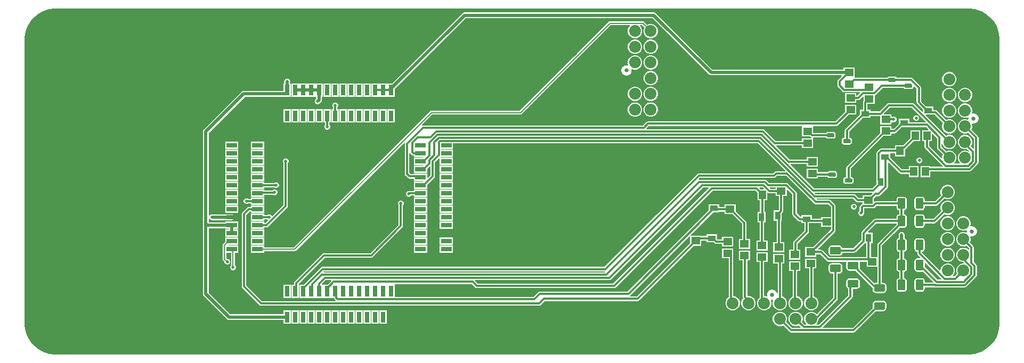
<source format=gtl>
G04*
G04 #@! TF.GenerationSoftware,Altium Limited,Altium Designer,24.0.1 (36)*
G04*
G04 Layer_Physical_Order=1*
G04 Layer_Color=255*
%FSLAX44Y44*%
%MOMM*%
G71*
G04*
G04 #@! TF.SameCoordinates,0FB82E01-D644-434E-A1D8-1B95A2BBF3EB*
G04*
G04*
G04 #@! TF.FilePolarity,Positive*
G04*
G01*
G75*
%ADD12C,0.2000*%
%ADD13C,0.5000*%
%ADD14R,1.3000X0.9000*%
%ADD15R,0.9000X1.3000*%
%ADD16R,0.7400X1.7000*%
%ADD17R,1.7000X0.7400*%
G04:AMPARAMS|DCode=18|XSize=0.65mm|YSize=1.2mm|CornerRadius=0.1625mm|HoleSize=0mm|Usage=FLASHONLY|Rotation=90.000|XOffset=0mm|YOffset=0mm|HoleType=Round|Shape=RoundedRectangle|*
%AMROUNDEDRECTD18*
21,1,0.6500,0.8750,0,0,90.0*
21,1,0.3250,1.2000,0,0,90.0*
1,1,0.3250,0.4375,0.1625*
1,1,0.3250,0.4375,-0.1625*
1,1,0.3250,-0.4375,-0.1625*
1,1,0.3250,-0.4375,0.1625*
%
%ADD18ROUNDEDRECTD18*%
%ADD19R,1.1500X1.3500*%
%ADD20R,1.3500X1.1500*%
G04:AMPARAMS|DCode=21|XSize=1.75mm|YSize=1.25mm|CornerRadius=0.3125mm|HoleSize=0mm|Usage=FLASHONLY|Rotation=180.000|XOffset=0mm|YOffset=0mm|HoleType=Round|Shape=RoundedRectangle|*
%AMROUNDEDRECTD21*
21,1,1.7500,0.6250,0,0,180.0*
21,1,1.1250,1.2500,0,0,180.0*
1,1,0.6250,-0.5625,0.3125*
1,1,0.6250,0.5625,0.3125*
1,1,0.6250,0.5625,-0.3125*
1,1,0.6250,-0.5625,-0.3125*
%
%ADD21ROUNDEDRECTD21*%
G04:AMPARAMS|DCode=22|XSize=1.75mm|YSize=1.25mm|CornerRadius=0.3125mm|HoleSize=0mm|Usage=FLASHONLY|Rotation=90.000|XOffset=0mm|YOffset=0mm|HoleType=Round|Shape=RoundedRectangle|*
%AMROUNDEDRECTD22*
21,1,1.7500,0.6250,0,0,90.0*
21,1,1.1250,1.2500,0,0,90.0*
1,1,0.6250,0.3125,0.5625*
1,1,0.6250,0.3125,-0.5625*
1,1,0.6250,-0.3125,-0.5625*
1,1,0.6250,-0.3125,0.5625*
%
%ADD22ROUNDEDRECTD22*%
%ADD38C,0.3000*%
%ADD39C,0.3000*%
%ADD40C,1.8750*%
%ADD41C,7.0000*%
%ADD42C,8.0000*%
%ADD43C,0.6750*%
%ADD44C,0.5000*%
%ADD45C,0.7000*%
G36*
X1500000Y550135D02*
X1503277D01*
X1509775Y549279D01*
X1516106Y547583D01*
X1522162Y545075D01*
X1527838Y541797D01*
X1533038Y537807D01*
X1537673Y533173D01*
X1541663Y527973D01*
X1544940Y522297D01*
X1547448Y516241D01*
X1549144Y509910D01*
X1550000Y503412D01*
Y500135D01*
X1550000Y500135D01*
X1550000Y500135D01*
X1550000Y50135D01*
Y46858D01*
X1549144Y40359D01*
X1547448Y34028D01*
X1544940Y27973D01*
X1541663Y22297D01*
X1537673Y17097D01*
X1533038Y12462D01*
X1527838Y8472D01*
X1522162Y5195D01*
X1516106Y2687D01*
X1509775Y990D01*
X1503277Y135D01*
X1500000Y135D01*
X50000Y135D01*
X46723D01*
X40224Y990D01*
X33893Y2687D01*
X27838Y5195D01*
X22162Y8472D01*
X16962Y12462D01*
X12327Y17097D01*
X8337Y22297D01*
X5060Y27973D01*
X2552Y34028D01*
X856Y40359D01*
X0Y46858D01*
X0Y50135D01*
X0Y500135D01*
Y503412D01*
X856Y509910D01*
X2552Y516241D01*
X5060Y522297D01*
X8337Y527973D01*
X12327Y533173D01*
X16962Y537807D01*
X22162Y541797D01*
X27838Y545075D01*
X33893Y547583D01*
X40224Y549279D01*
X46723Y550135D01*
X50000D01*
X50000Y550135D01*
X1500000Y550135D01*
D02*
G37*
%LPC*%
G36*
X982905Y529854D02*
X982905Y529854D01*
X930535D01*
X930535Y529854D01*
X929365Y529621D01*
X928372Y528958D01*
X928372Y528958D01*
X787010Y387595D01*
X646758D01*
X645588Y387363D01*
X644596Y386699D01*
X644595Y386699D01*
X428405Y170509D01*
X381000D01*
Y173150D01*
X360000D01*
Y161750D01*
X381000D01*
Y164391D01*
X429672D01*
X429672Y164391D01*
X430842Y164624D01*
X431835Y165287D01*
X603839Y337291D01*
X604964Y336621D01*
X604761Y335601D01*
Y287020D01*
X605033Y285654D01*
X605807Y284497D01*
X609617Y280687D01*
X610774Y279913D01*
X612140Y279641D01*
X619000D01*
Y276050D01*
X633099D01*
X633778Y274780D01*
X633758Y274750D01*
X619000D01*
Y263350D01*
X640000D01*
Y269703D01*
X651049Y280752D01*
X651822Y281910D01*
X652094Y283275D01*
Y305755D01*
X658730Y312391D01*
X660000Y311865D01*
Y301450D01*
X681000D01*
Y312850D01*
X662480D01*
X661801Y314120D01*
X661821Y314150D01*
X681000D01*
Y325550D01*
X662069D01*
Y326850D01*
X681000D01*
Y336181D01*
X1165713D01*
X1201808Y300086D01*
D01*
X1209412Y292482D01*
X1208926Y291309D01*
X1194490D01*
X1193125Y291037D01*
X1191967Y290263D01*
X1189752Y288049D01*
X1071880D01*
X1070514Y287777D01*
X1069357Y287003D01*
X1005191Y222838D01*
X921732Y139379D01*
X473360D01*
X471994Y139107D01*
X470837Y138333D01*
X443503Y111000D01*
X437150D01*
Y90000D01*
X448550D01*
Y104758D01*
X448580Y104778D01*
X449850Y104099D01*
Y90000D01*
X461250D01*
Y108809D01*
X461280Y108829D01*
X462550Y108150D01*
Y90000D01*
X473950D01*
Y111000D01*
X473443D01*
X472917Y112270D01*
X478998Y118351D01*
X487159D01*
X487685Y117081D01*
X481603Y111000D01*
X475250D01*
Y90000D01*
X486650D01*
Y104758D01*
X486680Y104778D01*
X487950Y104099D01*
Y90000D01*
X492281D01*
Y89620D01*
X492553Y88254D01*
X493327Y87097D01*
X494305Y86119D01*
X493779Y84849D01*
X377398D01*
X352819Y109428D01*
Y222042D01*
X358158Y227381D01*
X360000D01*
Y225250D01*
X381000D01*
Y236650D01*
X360000D01*
Y234519D01*
X356680D01*
X355314Y234247D01*
X354157Y233473D01*
X346727Y226043D01*
X345953Y224886D01*
X345681Y223520D01*
Y107950D01*
X345953Y106584D01*
X346727Y105427D01*
X373397Y78757D01*
X374554Y77983D01*
X375920Y77711D01*
X818203D01*
X819568Y77983D01*
X820726Y78757D01*
X826901Y84931D01*
X974600D01*
X975966Y85203D01*
X977123Y85977D01*
X1003374Y112228D01*
X1064097Y172950D01*
X1075550D01*
Y181191D01*
X1083700D01*
Y178260D01*
X1095653D01*
X1097007Y176907D01*
X1098164Y176133D01*
X1099530Y175861D01*
X1108850D01*
Y171680D01*
X1126350D01*
Y187180D01*
X1108850D01*
Y182999D01*
X1101008D01*
X1100700Y183307D01*
Y191260D01*
X1083700D01*
Y188329D01*
X1075550D01*
Y188450D01*
X1058843D01*
X1058768Y188630D01*
D01*
X1058317Y189720D01*
X1059857Y191260D01*
X1094557Y225960D01*
X1104510D01*
Y227211D01*
X1112660D01*
Y223030D01*
X1125113D01*
X1140701Y207442D01*
Y183370D01*
X1135520D01*
Y167870D01*
X1153020D01*
Y183370D01*
X1147839D01*
Y208920D01*
X1147567Y210286D01*
X1146793Y211443D01*
X1130160Y228077D01*
Y238530D01*
X1112660D01*
Y234349D01*
X1104510D01*
Y238960D01*
X1087510D01*
Y229007D01*
X1046953Y188450D01*
X958592Y100089D01*
X819150D01*
X817784Y99817D01*
X816627Y99043D01*
X808782Y91199D01*
X588250D01*
Y111000D01*
X588898Y112001D01*
X710992D01*
X716297Y106697D01*
X717454Y105923D01*
X718820Y105651D01*
X937260D01*
X938626Y105923D01*
X939783Y106697D01*
X1003374Y170288D01*
X1093768Y260681D01*
X1161842D01*
X1164820Y257703D01*
Y245250D01*
X1169001D01*
Y226940D01*
X1165050D01*
Y209940D01*
X1168641D01*
Y180830D01*
X1163460D01*
Y165330D01*
X1180960D01*
Y180830D01*
X1175779D01*
Y209940D01*
X1178050D01*
Y226940D01*
X1176139D01*
Y245250D01*
X1180320D01*
Y256994D01*
X1181026Y257286D01*
X1181590Y257411D01*
X1182664Y256693D01*
X1184030Y256421D01*
X1193940D01*
Y252240D01*
X1199121D01*
Y230148D01*
X1198453Y229480D01*
X1190500D01*
Y212480D01*
X1195311D01*
Y178290D01*
X1190130D01*
Y162790D01*
X1207630D01*
Y178290D01*
X1202449D01*
Y212480D01*
X1203500D01*
Y224433D01*
X1205213Y226147D01*
X1205987Y227304D01*
X1206259Y228670D01*
Y252240D01*
X1211440D01*
Y261984D01*
X1212613Y262470D01*
X1220431Y254652D01*
Y223620D01*
X1220703Y222254D01*
X1221477Y221097D01*
X1229807Y212767D01*
X1230964Y211993D01*
X1232330Y211721D01*
X1234830D01*
Y208790D01*
X1239761D01*
Y197058D01*
X1223027Y180323D01*
X1222253Y179166D01*
X1221981Y177800D01*
Y166500D01*
X1215530D01*
Y151000D01*
X1233030D01*
Y166500D01*
X1229119D01*
Y176322D01*
X1245853Y193057D01*
X1246627Y194214D01*
X1246899Y195580D01*
Y208790D01*
X1251830D01*
Y209101D01*
X1266330D01*
Y202710D01*
X1281761D01*
Y199048D01*
X1253383Y170670D01*
X1240930D01*
Y155170D01*
X1258430D01*
Y159351D01*
X1264352D01*
X1275097Y148607D01*
X1276254Y147833D01*
X1277620Y147561D01*
X1305983D01*
X1306514Y146569D01*
X1306521Y146291D01*
X1306140Y144375D01*
Y138125D01*
X1306537Y136125D01*
X1307670Y134430D01*
X1309365Y133297D01*
X1311365Y132900D01*
X1321106D01*
X1321534Y132260D01*
X1346880Y106913D01*
X1348038Y106140D01*
X1348050Y106138D01*
Y102565D01*
X1348447Y100565D01*
X1349580Y98870D01*
X1351275Y97737D01*
X1353275Y97340D01*
X1364525D01*
X1366525Y97737D01*
X1368220Y98870D01*
X1369353Y100565D01*
X1369750Y102565D01*
Y108815D01*
X1369353Y110815D01*
X1368220Y112510D01*
X1366525Y113643D01*
X1364525Y114040D01*
X1362469D01*
Y172832D01*
X1378087Y188450D01*
X1381803Y192167D01*
X1390906Y201269D01*
X1391055Y201240D01*
X1397305D01*
X1399305Y201637D01*
X1401000Y202770D01*
X1402133Y204465D01*
X1402530Y206465D01*
Y217715D01*
X1402133Y219715D01*
X1401000Y221410D01*
X1399305Y222543D01*
X1397749Y222852D01*
Y229268D01*
X1399305Y229577D01*
X1401000Y230710D01*
X1402133Y232405D01*
X1402530Y234405D01*
Y245655D01*
X1402133Y247655D01*
X1401000Y249350D01*
X1399305Y250483D01*
X1397305Y250880D01*
X1391055D01*
X1389055Y250483D01*
X1387360Y249350D01*
X1386227Y247655D01*
X1385830Y245655D01*
Y243599D01*
X1353130D01*
X1351764Y243327D01*
X1351140Y242910D01*
X1349870Y243563D01*
Y248173D01*
X1353398Y251701D01*
X1357680D01*
X1359045Y251973D01*
X1360203Y252747D01*
X1371303Y263847D01*
X1372077Y265005D01*
X1372349Y266370D01*
Y305085D01*
X1373522Y305571D01*
X1390787Y288307D01*
X1391944Y287533D01*
X1393310Y287261D01*
X1405400D01*
Y282080D01*
X1420900D01*
Y299580D01*
X1405400D01*
Y294399D01*
X1394788D01*
X1376290Y312897D01*
Y320281D01*
X1383810D01*
Y315100D01*
X1399310D01*
Y325893D01*
X1400333Y326577D01*
X1412987Y339230D01*
X1423440D01*
Y356730D01*
X1407940D01*
Y344277D01*
X1396332Y332669D01*
X1395810D01*
X1395465Y332600D01*
X1383810D01*
Y327419D01*
X1361340D01*
X1359975Y327147D01*
X1358817Y326373D01*
X1355267Y322823D01*
X1354493Y321665D01*
X1354221Y320300D01*
Y277310D01*
X1354280Y277015D01*
Y270867D01*
X1347592Y264179D01*
X1254880D01*
X1225750Y293309D01*
D01*
X1217371Y301688D01*
X1217857Y302861D01*
X1243470D01*
Y298680D01*
X1260970D01*
Y314180D01*
X1243470D01*
Y309999D01*
X1216131D01*
X1194682Y331448D01*
X1195168Y332621D01*
X1235850D01*
Y328440D01*
X1253350D01*
Y343751D01*
X1253350Y343940D01*
X1253805Y345021D01*
X1273694D01*
X1274141Y344352D01*
X1275341Y343550D01*
X1276755Y343269D01*
X1285505D01*
X1286919Y343550D01*
X1288118Y344352D01*
X1288920Y345551D01*
X1289201Y346965D01*
Y350215D01*
X1288920Y351629D01*
X1288118Y352828D01*
X1286919Y353630D01*
X1285505Y353911D01*
X1276755D01*
X1275341Y353630D01*
X1274141Y352828D01*
X1273694Y352159D01*
X1253350D01*
Y362191D01*
X1253350Y362440D01*
X1253950Y363461D01*
X1290680D01*
X1292046Y363733D01*
X1293203Y364507D01*
X1310477Y381780D01*
X1321930D01*
Y397280D01*
X1304430D01*
Y385827D01*
X1289202Y370599D01*
X991098D01*
X989732Y370327D01*
X988575Y369553D01*
X983270Y364249D01*
X633409D01*
X632389Y364046D01*
X631718Y365171D01*
X648025Y381478D01*
X788277D01*
X788277Y381478D01*
X789447Y381711D01*
X790440Y382374D01*
X931802Y523736D01*
X961713D01*
X962240Y522466D01*
X961178Y521404D01*
X959680Y518811D01*
X958905Y515918D01*
Y512923D01*
X959680Y510029D01*
X961178Y507436D01*
X963296Y505318D01*
X965889Y503820D01*
X968783Y503045D01*
X971777D01*
X974671Y503820D01*
X977264Y505318D01*
X979382Y507436D01*
X980880Y510029D01*
X981655Y512923D01*
Y515918D01*
X980880Y518811D01*
X979382Y521404D01*
X978320Y522466D01*
X978847Y523736D01*
X981638D01*
X985370Y520005D01*
X984680Y518811D01*
X983905Y515918D01*
Y512923D01*
X984680Y510029D01*
X986178Y507436D01*
X988296Y505318D01*
X990889Y503820D01*
X993783Y503045D01*
X996777D01*
X999671Y503820D01*
X1002264Y505318D01*
X1004382Y507436D01*
X1005880Y510029D01*
X1006655Y512923D01*
Y515918D01*
X1005880Y518811D01*
X1004382Y521404D01*
X1002264Y523522D01*
X999671Y525020D01*
X996777Y525795D01*
X993783D01*
X990889Y525020D01*
X989695Y524330D01*
X985068Y528958D01*
X984075Y529621D01*
X982905Y529854D01*
D02*
G37*
G36*
X996777Y500795D02*
X993783D01*
X990889Y500020D01*
X988296Y498522D01*
X986178Y496404D01*
X984680Y493811D01*
X983905Y490918D01*
Y487923D01*
X984680Y485029D01*
X986178Y482436D01*
X988296Y480318D01*
X990889Y478820D01*
X993783Y478045D01*
X996777D01*
X999671Y478820D01*
X1002264Y480318D01*
X1004382Y482436D01*
X1005880Y485029D01*
X1006655Y487923D01*
Y490918D01*
X1005880Y493811D01*
X1004382Y496404D01*
X1002264Y498522D01*
X999671Y500020D01*
X996777Y500795D01*
D02*
G37*
G36*
X971777D02*
X968783D01*
X965889Y500020D01*
X963296Y498522D01*
X961178Y496404D01*
X959680Y493811D01*
X958905Y490918D01*
Y487923D01*
X959680Y485029D01*
X961178Y482436D01*
X963296Y480318D01*
X965889Y478820D01*
X968783Y478045D01*
X971777D01*
X974671Y478820D01*
X977264Y480318D01*
X979382Y482436D01*
X980880Y485029D01*
X981655Y487923D01*
Y490918D01*
X980880Y493811D01*
X979382Y496404D01*
X977264Y498522D01*
X974671Y500020D01*
X971777Y500795D01*
D02*
G37*
G36*
Y475795D02*
X968783D01*
X965889Y475020D01*
X963296Y473522D01*
X961178Y471404D01*
X959680Y468811D01*
X958905Y465918D01*
Y462923D01*
X959467Y460824D01*
X958430Y459787D01*
X957933Y459920D01*
X955827D01*
X953792Y459375D01*
X951968Y458322D01*
X950478Y456832D01*
X949425Y455008D01*
X948880Y452973D01*
Y450867D01*
X949425Y448832D01*
X950478Y447008D01*
X951968Y445518D01*
X953792Y444465D01*
X955827Y443920D01*
X957933D01*
X959968Y444465D01*
X961792Y445518D01*
X963282Y447008D01*
X964335Y448832D01*
X964880Y450867D01*
Y452973D01*
X964856Y453062D01*
X965372Y453458D01*
X965974Y453798D01*
X968783Y453045D01*
X971777D01*
X974671Y453820D01*
X977264Y455318D01*
X979382Y457436D01*
X980880Y460029D01*
X981655Y462923D01*
Y465918D01*
X980880Y468811D01*
X979382Y471404D01*
X977264Y473522D01*
X974671Y475020D01*
X971777Y475795D01*
D02*
G37*
G36*
X996777D02*
X993783D01*
X990889Y475020D01*
X988296Y473522D01*
X986178Y471404D01*
X984680Y468811D01*
X983905Y465918D01*
Y462923D01*
X984680Y460029D01*
X986178Y457436D01*
X988296Y455318D01*
X990889Y453820D01*
X993783Y453045D01*
X996777D01*
X999671Y453820D01*
X1002264Y455318D01*
X1004382Y457436D01*
X1005880Y460029D01*
X1006655Y462923D01*
Y465918D01*
X1005880Y468811D01*
X1004382Y471404D01*
X1002264Y473522D01*
X999671Y475020D01*
X996777Y475795D01*
D02*
G37*
G36*
Y450795D02*
X993783D01*
X990889Y450020D01*
X988296Y448522D01*
X986178Y446404D01*
X984680Y443811D01*
X983905Y440918D01*
Y437923D01*
X984680Y435029D01*
X986178Y432436D01*
X988296Y430318D01*
X990889Y428820D01*
X993783Y428045D01*
X996777D01*
X999671Y428820D01*
X1002264Y430318D01*
X1004382Y432436D01*
X1005880Y435029D01*
X1006655Y437923D01*
Y440918D01*
X1005880Y443811D01*
X1004382Y446404D01*
X1002264Y448522D01*
X999671Y450020D01*
X996777Y450795D01*
D02*
G37*
G36*
X1471288Y449195D02*
X1468293D01*
X1465399Y448420D01*
X1462806Y446922D01*
X1460688Y444804D01*
X1459190Y442211D01*
X1458415Y439318D01*
Y436323D01*
X1459190Y433429D01*
X1460688Y430836D01*
X1462806Y428718D01*
X1465399Y427220D01*
X1468293Y426445D01*
X1471288D01*
X1474181Y427220D01*
X1476774Y428718D01*
X1478892Y430836D01*
X1480390Y433429D01*
X1481165Y436323D01*
Y439318D01*
X1480390Y442211D01*
X1478892Y444804D01*
X1476774Y446922D01*
X1474181Y448420D01*
X1471288Y449195D01*
D02*
G37*
G36*
X473950Y431000D02*
X462550D01*
Y425088D01*
X461250D01*
Y431000D01*
X449850D01*
Y425088D01*
X448550D01*
Y431000D01*
X437150D01*
Y425088D01*
X435850D01*
Y431000D01*
X424450D01*
Y410000D01*
X435850D01*
Y415912D01*
X437150D01*
Y410000D01*
X448550D01*
Y415912D01*
X449850D01*
Y410000D01*
X461250D01*
Y415912D01*
X462550D01*
Y410000D01*
X463662D01*
Y406651D01*
X462846Y405834D01*
X462595Y405458D01*
X462275Y405139D01*
X462102Y404722D01*
X461851Y404346D01*
X461763Y403903D01*
X461590Y403485D01*
Y403033D01*
X461502Y402590D01*
X461590Y402147D01*
Y401695D01*
X461763Y401278D01*
X461851Y400834D01*
X462102Y400458D01*
X462275Y400041D01*
X462595Y399721D01*
X462846Y399346D01*
X463222Y399095D01*
X463541Y398775D01*
X463958Y398602D01*
X464334Y398351D01*
X464777Y398263D01*
X465195Y398090D01*
X465647D01*
X466090Y398002D01*
X466533Y398090D01*
X466985D01*
X467402Y398263D01*
X467846Y398351D01*
X468222Y398602D01*
X468639Y398775D01*
X468959Y399095D01*
X469334Y399346D01*
X471494Y401506D01*
X472489Y402994D01*
X472838Y404750D01*
Y410000D01*
X473950D01*
Y431000D01*
D02*
G37*
G36*
X1000400Y544088D02*
X699390D01*
X697634Y543739D01*
X696146Y542744D01*
X584401Y431000D01*
X576850D01*
Y424069D01*
X575550D01*
Y431000D01*
X564150D01*
Y424069D01*
X562850D01*
Y431000D01*
X551450D01*
Y410000D01*
X562850D01*
Y416931D01*
X564150D01*
Y410000D01*
X575550D01*
Y416931D01*
X576850D01*
Y410000D01*
X588250D01*
Y421871D01*
X701290Y534912D01*
X998499D01*
X1087985Y445426D01*
X1089474Y444431D01*
X1091230Y444082D01*
X1298346D01*
X1298832Y442909D01*
X1292877Y436953D01*
X1292103Y435796D01*
X1291831Y434430D01*
Y427960D01*
X1292103Y426595D01*
X1292877Y425437D01*
X1299917Y418397D01*
X1301075Y417623D01*
X1302440Y417351D01*
X1327585D01*
X1328071Y416178D01*
X1323492Y411599D01*
X1321930D01*
Y415780D01*
X1304430D01*
Y400280D01*
X1321930D01*
Y404461D01*
X1324970D01*
X1326336Y404733D01*
X1327493Y405507D01*
X1332467Y410480D01*
X1333640Y409994D01*
Y403697D01*
X1333517Y403573D01*
X1332743Y402416D01*
X1332471Y401050D01*
Y389380D01*
X1327540D01*
Y381427D01*
X1304607Y358493D01*
X1303833Y357336D01*
X1303562Y355970D01*
Y344411D01*
X1302755D01*
X1301341Y344130D01*
X1300141Y343329D01*
X1299340Y342129D01*
X1299059Y340715D01*
Y337465D01*
X1299340Y336051D01*
X1300141Y334851D01*
X1301341Y334050D01*
X1302755Y333769D01*
X1311505D01*
X1312919Y334050D01*
X1314118Y334851D01*
X1314920Y336051D01*
X1315201Y337465D01*
Y340715D01*
X1314920Y342129D01*
X1314118Y343329D01*
X1312919Y344130D01*
X1311505Y344411D01*
X1310699D01*
Y354492D01*
X1332587Y376380D01*
X1344540D01*
Y379311D01*
X1360310D01*
Y365990D01*
X1377810D01*
Y369170D01*
X1378247Y369487D01*
X1379080Y369830D01*
X1380505Y369240D01*
X1382295D01*
X1383949Y369925D01*
X1385215Y371191D01*
X1385900Y372845D01*
Y374635D01*
X1385215Y376289D01*
X1383949Y377555D01*
X1382295Y378240D01*
X1380505D01*
X1379080Y377650D01*
X1378247Y377993D01*
X1377810Y378310D01*
Y381490D01*
X1366066D01*
X1365580Y382663D01*
X1375358Y392441D01*
X1410122D01*
X1432471Y370092D01*
X1431985Y368919D01*
X1406770D01*
Y374850D01*
X1389770D01*
Y366897D01*
X1381682Y358809D01*
X1377810D01*
Y362990D01*
X1360310D01*
Y352537D01*
X1307147Y299373D01*
X1306373Y298216D01*
X1306102Y296850D01*
Y282181D01*
X1305295D01*
X1303881Y281900D01*
X1302681Y281098D01*
X1301880Y279899D01*
X1301599Y278485D01*
Y275235D01*
X1301880Y273821D01*
X1302681Y272621D01*
X1303881Y271820D01*
X1305295Y271539D01*
X1314045D01*
X1315459Y271820D01*
X1316658Y272621D01*
X1317460Y273821D01*
X1317741Y275235D01*
Y278485D01*
X1317460Y279899D01*
X1316658Y281098D01*
X1315459Y281900D01*
X1314045Y282181D01*
X1313239D01*
Y295372D01*
X1365357Y347490D01*
X1377810D01*
Y351671D01*
X1383160D01*
X1384526Y351943D01*
X1385683Y352717D01*
X1394817Y361850D01*
X1400925D01*
X1401270Y361781D01*
X1432792D01*
X1436670Y357903D01*
X1436184Y356730D01*
X1426440D01*
Y339230D01*
X1430621D01*
Y330212D01*
X1430893Y328846D01*
X1431667Y327689D01*
X1459668Y299687D01*
X1459182Y298514D01*
X1439400D01*
Y299580D01*
X1423900D01*
Y282080D01*
X1439400D01*
Y291376D01*
X1502194D01*
X1503560Y291648D01*
X1504717Y292422D01*
X1515188Y302893D01*
X1515962Y304050D01*
X1516234Y305416D01*
Y344945D01*
X1515962Y346311D01*
X1515188Y347468D01*
X1504964Y357692D01*
X1505390Y358429D01*
X1506165Y361323D01*
Y364318D01*
X1505603Y366416D01*
X1506640Y367453D01*
X1507137Y367320D01*
X1509243D01*
X1511278Y367865D01*
X1513102Y368918D01*
X1514592Y370408D01*
X1515645Y372232D01*
X1516190Y374267D01*
Y376373D01*
X1515645Y378408D01*
X1514592Y380232D01*
X1513102Y381722D01*
X1511278Y382775D01*
X1509243Y383320D01*
X1507137D01*
X1506640Y383187D01*
X1505603Y384224D01*
X1506165Y386323D01*
Y389318D01*
X1505390Y392211D01*
X1503892Y394804D01*
X1501774Y396922D01*
X1499181Y398420D01*
X1496288Y399195D01*
X1493293D01*
X1490399Y398420D01*
X1487806Y396922D01*
X1485688Y394804D01*
X1484190Y392211D01*
X1483415Y389318D01*
Y386323D01*
X1484190Y383429D01*
X1485688Y380836D01*
X1487806Y378718D01*
X1490399Y377220D01*
X1493293Y376445D01*
X1496288D01*
X1499096Y377198D01*
X1499698Y376858D01*
X1500214Y376462D01*
X1500190Y376373D01*
Y374267D01*
X1500214Y374178D01*
X1499698Y373782D01*
X1499096Y373442D01*
X1496288Y374195D01*
X1493293D01*
X1490399Y373420D01*
X1487806Y371922D01*
X1485688Y369804D01*
X1484190Y367211D01*
X1483415Y364318D01*
Y361323D01*
X1484190Y358429D01*
X1485688Y355836D01*
X1487806Y353718D01*
X1490399Y352220D01*
X1493293Y351445D01*
X1496288D01*
X1499181Y352220D01*
X1499918Y352646D01*
X1509096Y343467D01*
Y327680D01*
X1507923Y327194D01*
X1504035Y331082D01*
X1505390Y333429D01*
X1506165Y336323D01*
Y339318D01*
X1505390Y342211D01*
X1503892Y344804D01*
X1501774Y346922D01*
X1499181Y348420D01*
X1496288Y349195D01*
X1493293D01*
X1490399Y348420D01*
X1487806Y346922D01*
X1485688Y344804D01*
X1484190Y342211D01*
X1483415Y339318D01*
Y336323D01*
X1484190Y333429D01*
X1485688Y330836D01*
X1487806Y328718D01*
X1490399Y327220D01*
X1493293Y326445D01*
X1496288D01*
X1498094Y326929D01*
X1501444Y323580D01*
X1500664Y322564D01*
X1499181Y323420D01*
X1496288Y324195D01*
X1493293D01*
X1490399Y323420D01*
X1487806Y321922D01*
X1485688Y319804D01*
X1484190Y317211D01*
X1483415Y314317D01*
Y311322D01*
X1484190Y308429D01*
X1485688Y305836D01*
X1486740Y304784D01*
X1486214Y303514D01*
X1478366D01*
X1477840Y304784D01*
X1478892Y305836D01*
X1480390Y308429D01*
X1481165Y311322D01*
Y314317D01*
X1480390Y317211D01*
X1478892Y319804D01*
X1476774Y321922D01*
X1474181Y323420D01*
X1471288Y324195D01*
X1468293D01*
X1465399Y323420D01*
X1464662Y322994D01*
X1457652Y330005D01*
Y334265D01*
X1458922Y334432D01*
X1459190Y333429D01*
X1460688Y330836D01*
X1462806Y328718D01*
X1465399Y327220D01*
X1468293Y326445D01*
X1471288D01*
X1474181Y327220D01*
X1476774Y328718D01*
X1478892Y330836D01*
X1480390Y333429D01*
X1481165Y336323D01*
Y339318D01*
X1480390Y342211D01*
X1478892Y344804D01*
X1476774Y346922D01*
X1474181Y348420D01*
X1471288Y349195D01*
X1468293D01*
X1465399Y348420D01*
X1464662Y347994D01*
X1432320Y380337D01*
X1432806Y381510D01*
X1439025D01*
X1439370Y381441D01*
X1446122D01*
X1459616Y367948D01*
X1459190Y367211D01*
X1458415Y364318D01*
Y361323D01*
X1459190Y358429D01*
X1460688Y355836D01*
X1462806Y353718D01*
X1465399Y352220D01*
X1468293Y351445D01*
X1471288D01*
X1474181Y352220D01*
X1476774Y353718D01*
X1478892Y355836D01*
X1480390Y358429D01*
X1481165Y361323D01*
Y364318D01*
X1480390Y367211D01*
X1478892Y369804D01*
X1476774Y371922D01*
X1474181Y373420D01*
X1471288Y374195D01*
X1468293D01*
X1465399Y373420D01*
X1464662Y372994D01*
X1450123Y387533D01*
X1448966Y388307D01*
X1447600Y388579D01*
X1444870D01*
Y394510D01*
X1432917D01*
X1424962Y402464D01*
Y424154D01*
X1424691Y425520D01*
X1423917Y426677D01*
X1411191Y439403D01*
X1410034Y440177D01*
X1408668Y440449D01*
X1386356D01*
X1385909Y441119D01*
X1384709Y441920D01*
X1383295Y442201D01*
X1374545D01*
X1373131Y441920D01*
X1371931Y441119D01*
X1371484Y440449D01*
X1320465D01*
X1320441Y440459D01*
X1319390Y441004D01*
X1319390Y441004D01*
Y456420D01*
X1301890D01*
Y453258D01*
X1093130D01*
X1003644Y542744D01*
X1002156Y543739D01*
X1000400Y544088D01*
D02*
G37*
G36*
X550150Y431000D02*
X538750D01*
Y410000D01*
X550150D01*
Y431000D01*
D02*
G37*
G36*
X537450D02*
X526050D01*
Y410000D01*
X537450D01*
Y431000D01*
D02*
G37*
G36*
X524750D02*
X513350D01*
Y410000D01*
X524750D01*
Y431000D01*
D02*
G37*
G36*
X512050D02*
X500650D01*
Y410000D01*
X512050D01*
Y431000D01*
D02*
G37*
G36*
X499350D02*
X487950D01*
Y410000D01*
X499350D01*
Y431000D01*
D02*
G37*
G36*
X486650D02*
X475250D01*
Y410000D01*
X486650D01*
Y431000D01*
D02*
G37*
G36*
X996777Y425795D02*
X993783D01*
X990889Y425020D01*
X988296Y423522D01*
X986178Y421404D01*
X984680Y418811D01*
X983905Y415918D01*
Y412923D01*
X984680Y410029D01*
X986178Y407436D01*
X988296Y405318D01*
X990889Y403820D01*
X993783Y403045D01*
X996777D01*
X999671Y403820D01*
X1002264Y405318D01*
X1004382Y407436D01*
X1005880Y410029D01*
X1006655Y412923D01*
Y415918D01*
X1005880Y418811D01*
X1004382Y421404D01*
X1002264Y423522D01*
X999671Y425020D01*
X996777Y425795D01*
D02*
G37*
G36*
X971777D02*
X968783D01*
X965889Y425020D01*
X963296Y423522D01*
X961178Y421404D01*
X959680Y418811D01*
X958905Y415918D01*
Y412923D01*
X959680Y410029D01*
X961178Y407436D01*
X963296Y405318D01*
X965889Y403820D01*
X968783Y403045D01*
X971777D01*
X974671Y403820D01*
X977264Y405318D01*
X979382Y407436D01*
X980880Y410029D01*
X981655Y412923D01*
Y415918D01*
X980880Y418811D01*
X979382Y421404D01*
X977264Y423522D01*
X974671Y425020D01*
X971777Y425795D01*
D02*
G37*
G36*
X1496288Y424195D02*
X1493293D01*
X1490399Y423420D01*
X1487806Y421922D01*
X1485688Y419804D01*
X1484190Y417211D01*
X1483415Y414318D01*
Y411323D01*
X1484190Y408429D01*
X1485688Y405836D01*
X1487806Y403718D01*
X1490399Y402220D01*
X1493293Y401445D01*
X1496288D01*
X1499181Y402220D01*
X1501774Y403718D01*
X1503892Y405836D01*
X1505390Y408429D01*
X1506165Y411323D01*
Y414318D01*
X1505390Y417211D01*
X1503892Y419804D01*
X1501774Y421922D01*
X1499181Y423420D01*
X1496288Y424195D01*
D02*
G37*
G36*
X1471288D02*
X1468293D01*
X1465399Y423420D01*
X1462806Y421922D01*
X1460688Y419804D01*
X1459190Y417211D01*
X1458415Y414318D01*
Y411323D01*
X1459190Y408429D01*
X1460688Y405836D01*
X1462806Y403718D01*
X1465399Y402220D01*
X1468293Y401445D01*
X1471288D01*
X1474181Y402220D01*
X1476774Y403718D01*
X1478892Y405836D01*
X1480390Y408429D01*
X1481165Y411323D01*
Y414318D01*
X1480390Y417211D01*
X1478892Y419804D01*
X1476774Y421922D01*
X1474181Y423420D01*
X1471288Y424195D01*
D02*
G37*
G36*
X996777Y400795D02*
X993783D01*
X990889Y400020D01*
X988296Y398522D01*
X986178Y396404D01*
X984680Y393811D01*
X983905Y390918D01*
Y387923D01*
X984680Y385029D01*
X986178Y382436D01*
X988296Y380318D01*
X990889Y378820D01*
X993783Y378045D01*
X996777D01*
X999671Y378820D01*
X1002264Y380318D01*
X1004382Y382436D01*
X1005880Y385029D01*
X1006655Y387923D01*
Y390918D01*
X1005880Y393811D01*
X1004382Y396404D01*
X1002264Y398522D01*
X999671Y400020D01*
X996777Y400795D01*
D02*
G37*
G36*
X971777D02*
X968783D01*
X965889Y400020D01*
X963296Y398522D01*
X961178Y396404D01*
X959680Y393811D01*
X958905Y390918D01*
Y387923D01*
X959680Y385029D01*
X961178Y382436D01*
X963296Y380318D01*
X965889Y378820D01*
X968783Y378045D01*
X971777D01*
X974671Y378820D01*
X977264Y380318D01*
X979382Y382436D01*
X980880Y385029D01*
X981655Y387923D01*
Y390918D01*
X980880Y393811D01*
X979382Y396404D01*
X977264Y398522D01*
X974671Y400020D01*
X971777Y400795D01*
D02*
G37*
G36*
X1471288Y399195D02*
X1468293D01*
X1465399Y398420D01*
X1462806Y396922D01*
X1460688Y394804D01*
X1459190Y392211D01*
X1458415Y389318D01*
Y386323D01*
X1459190Y383429D01*
X1460688Y380836D01*
X1462806Y378718D01*
X1465399Y377220D01*
X1468293Y376445D01*
X1471288D01*
X1474181Y377220D01*
X1476774Y378718D01*
X1478892Y380836D01*
X1480390Y383429D01*
X1481165Y386323D01*
Y389318D01*
X1480390Y392211D01*
X1478892Y394804D01*
X1476774Y396922D01*
X1474181Y398420D01*
X1471288Y399195D01*
D02*
G37*
G36*
X1418215Y380420D02*
X1416425D01*
X1414771Y379735D01*
X1413505Y378469D01*
X1412820Y376815D01*
Y375025D01*
X1413505Y373371D01*
X1414771Y372105D01*
X1416425Y371420D01*
X1418215D01*
X1419869Y372105D01*
X1421135Y373371D01*
X1421820Y375025D01*
Y376815D01*
X1421135Y378469D01*
X1419869Y379735D01*
X1418215Y380420D01*
D02*
G37*
G36*
X588250Y390000D02*
X576850D01*
Y369000D01*
X588250D01*
Y390000D01*
D02*
G37*
G36*
X575550D02*
X564150D01*
Y369000D01*
X575550D01*
Y390000D01*
D02*
G37*
G36*
X562850D02*
X551450D01*
Y369000D01*
X562850D01*
Y390000D01*
D02*
G37*
G36*
X550150D02*
X538750D01*
Y369000D01*
X550150D01*
Y390000D01*
D02*
G37*
G36*
X537450D02*
X526050D01*
Y369000D01*
X537450D01*
Y390000D01*
D02*
G37*
G36*
X524750D02*
X513350D01*
Y369000D01*
X524750D01*
Y390000D01*
D02*
G37*
G36*
X512050D02*
X500650D01*
Y369000D01*
X512050D01*
Y390000D01*
D02*
G37*
G36*
X494925Y400740D02*
X493135D01*
X491481Y400055D01*
X490215Y398789D01*
X489530Y397135D01*
Y395345D01*
X490215Y393691D01*
X490271Y393635D01*
Y390000D01*
X487950D01*
Y369000D01*
X499350D01*
Y390000D01*
X497409D01*
Y393255D01*
X497845Y393691D01*
X498530Y395345D01*
Y397135D01*
X497845Y398789D01*
X496579Y400055D01*
X494925Y400740D01*
D02*
G37*
G36*
X473950Y390000D02*
X462550D01*
Y369000D01*
X473950D01*
Y390000D01*
D02*
G37*
G36*
X461250D02*
X449850D01*
Y369000D01*
X461250D01*
Y390000D01*
D02*
G37*
G36*
X448550D02*
X437150D01*
Y369000D01*
X448550D01*
Y390000D01*
D02*
G37*
G36*
X435850D02*
X424450D01*
Y369000D01*
X435850D01*
Y390000D01*
D02*
G37*
G36*
X423150D02*
X411750D01*
Y369000D01*
X423150D01*
Y390000D01*
D02*
G37*
G36*
X486650D02*
X475250D01*
Y369000D01*
X477571D01*
Y364555D01*
X477515Y364499D01*
X476830Y362845D01*
Y361055D01*
X477515Y359401D01*
X478781Y358135D01*
X480435Y357450D01*
X482225D01*
X483879Y358135D01*
X485145Y359401D01*
X485830Y361055D01*
Y362845D01*
X485145Y364499D01*
X484709Y364935D01*
Y369000D01*
X486650D01*
Y390000D01*
D02*
G37*
G36*
X381000Y338250D02*
X360000D01*
Y326850D01*
X381000D01*
Y338250D01*
D02*
G37*
G36*
X340000D02*
X319000D01*
Y326850D01*
X340000D01*
Y338250D01*
D02*
G37*
G36*
X381000Y325550D02*
X360000D01*
Y314150D01*
X381000D01*
Y325550D01*
D02*
G37*
G36*
X340000D02*
X319000D01*
Y314150D01*
X340000D01*
Y325550D01*
D02*
G37*
G36*
X1423295Y313110D02*
X1421505D01*
X1419851Y312425D01*
X1418585Y311159D01*
X1417900Y309505D01*
Y307715D01*
X1418585Y306061D01*
X1419851Y304795D01*
X1421505Y304110D01*
X1423295D01*
X1424949Y304795D01*
X1426215Y306061D01*
X1426900Y307715D01*
Y309505D01*
X1426215Y311159D01*
X1424949Y312425D01*
X1423295Y313110D01*
D02*
G37*
G36*
X381000Y312850D02*
X360000D01*
Y301450D01*
X381000D01*
Y312850D01*
D02*
G37*
G36*
X340000D02*
X319000D01*
Y301450D01*
X340000D01*
Y312850D01*
D02*
G37*
G36*
X681000Y300150D02*
X660000D01*
Y288750D01*
X681000D01*
Y300150D01*
D02*
G37*
G36*
X381000D02*
X360000D01*
Y288750D01*
X381000D01*
Y300150D01*
D02*
G37*
G36*
X340000D02*
X319000D01*
Y288750D01*
X340000D01*
Y300150D01*
D02*
G37*
G36*
X1260970Y295680D02*
X1243470D01*
Y288029D01*
D01*
Y280180D01*
X1260970D01*
Y282791D01*
X1276234D01*
X1276682Y282122D01*
X1277881Y281320D01*
X1279295Y281039D01*
X1288045D01*
X1289459Y281320D01*
X1290659Y282122D01*
X1291460Y283321D01*
X1291741Y284735D01*
Y287985D01*
X1291460Y289399D01*
X1290659Y290599D01*
X1289459Y291400D01*
X1288045Y291681D01*
X1279295D01*
X1277881Y291400D01*
X1276682Y290599D01*
X1276234Y289929D01*
X1260970D01*
Y295680D01*
D02*
G37*
G36*
X681000Y287450D02*
X660000D01*
Y276050D01*
X681000D01*
Y287450D01*
D02*
G37*
G36*
X381000D02*
X360000D01*
Y276050D01*
X381000D01*
Y287450D01*
D02*
G37*
G36*
X340000D02*
X319000D01*
Y276050D01*
X340000D01*
Y287450D01*
D02*
G37*
G36*
X381000Y274750D02*
X360000D01*
Y263350D01*
X381000D01*
Y265576D01*
X397350D01*
X397501Y265425D01*
X399155Y264740D01*
X400945D01*
X402599Y265425D01*
X403865Y266691D01*
X404550Y268345D01*
Y270135D01*
X403865Y271789D01*
X402599Y273055D01*
X400945Y273740D01*
X399155D01*
X397501Y273055D01*
X397160Y272714D01*
X381000D01*
Y274750D01*
D02*
G37*
G36*
X681000D02*
X660000D01*
Y263350D01*
X681000D01*
Y274750D01*
D02*
G37*
G36*
X340000D02*
X319000D01*
Y263350D01*
X340000D01*
Y274750D01*
D02*
G37*
G36*
X398405Y262310D02*
X396615D01*
X394961Y261625D01*
X394332Y260996D01*
X381000D01*
Y262050D01*
X360000D01*
Y250650D01*
X381000D01*
Y253859D01*
X395290D01*
X396615Y253310D01*
X398405D01*
X400059Y253995D01*
X401325Y255261D01*
X402010Y256915D01*
Y258705D01*
X401325Y260359D01*
X400059Y261625D01*
X398405Y262310D01*
D02*
G37*
G36*
X681000Y262050D02*
X660000D01*
Y250650D01*
X681000D01*
Y262050D01*
D02*
G37*
G36*
X640000D02*
X619000D01*
Y259919D01*
X612491D01*
X611744Y259770D01*
X609975D01*
X608321Y259085D01*
X607055Y257819D01*
X606370Y256165D01*
Y254375D01*
X607055Y252721D01*
X608321Y251455D01*
X609975Y250770D01*
X611765D01*
X613419Y251455D01*
X614685Y252721D01*
X614710Y252781D01*
X619000D01*
Y250650D01*
X640000D01*
Y262050D01*
D02*
G37*
G36*
X340000D02*
X319000D01*
Y250650D01*
X340000D01*
Y262050D01*
D02*
G37*
G36*
X381000Y249350D02*
X360000D01*
Y247314D01*
X355950D01*
X355609Y247655D01*
X353955Y248340D01*
X352165D01*
X350511Y247655D01*
X349245Y246389D01*
X348560Y244735D01*
Y242945D01*
X349245Y241291D01*
X350511Y240025D01*
X352165Y239340D01*
X353955D01*
X355609Y240025D01*
X355760Y240176D01*
X360000D01*
Y237950D01*
X381000D01*
Y249350D01*
D02*
G37*
G36*
X1468748Y269655D02*
X1465753D01*
X1462859Y268880D01*
X1460266Y267382D01*
X1458148Y265264D01*
X1456650Y262671D01*
X1455875Y259778D01*
Y256782D01*
X1456650Y253889D01*
X1457076Y253152D01*
X1447522Y243599D01*
X1431030D01*
Y245655D01*
X1430633Y247655D01*
X1429500Y249350D01*
X1427805Y250483D01*
X1425805Y250880D01*
X1419555D01*
X1417555Y250483D01*
X1415860Y249350D01*
X1414727Y247655D01*
X1414330Y245655D01*
Y234405D01*
X1414727Y232405D01*
X1415860Y230710D01*
X1417555Y229577D01*
X1419555Y229180D01*
X1425805D01*
X1427805Y229577D01*
X1429500Y230710D01*
X1430633Y232405D01*
X1431030Y234405D01*
Y236461D01*
X1449000D01*
X1450366Y236733D01*
X1451523Y237507D01*
X1462122Y248106D01*
X1462859Y247680D01*
X1465753Y246905D01*
X1468748D01*
X1471641Y247680D01*
X1474234Y249178D01*
X1476352Y251296D01*
X1477850Y253889D01*
X1478625Y256782D01*
Y259778D01*
X1477850Y262671D01*
X1476352Y265264D01*
X1474234Y267382D01*
X1471641Y268880D01*
X1468748Y269655D01*
D02*
G37*
G36*
X681000Y249350D02*
X660000D01*
Y237950D01*
X681000D01*
Y249350D01*
D02*
G37*
G36*
X640000D02*
X619000D01*
Y237950D01*
X640000D01*
Y249350D01*
D02*
G37*
G36*
X340000D02*
X319000D01*
Y237950D01*
X340000D01*
Y249350D01*
D02*
G37*
G36*
X681000Y236650D02*
X660000D01*
Y225250D01*
X681000D01*
Y236650D01*
D02*
G37*
G36*
X640000D02*
X619000D01*
Y225250D01*
X640000D01*
Y236650D01*
D02*
G37*
G36*
X340000D02*
X319000D01*
Y225250D01*
X340000D01*
Y236650D01*
D02*
G37*
G36*
X1468748Y244655D02*
X1465753D01*
X1462859Y243880D01*
X1460266Y242382D01*
X1458148Y240264D01*
X1456650Y237671D01*
X1455875Y234778D01*
Y231782D01*
X1456650Y228889D01*
X1457076Y228152D01*
X1444582Y215659D01*
X1431030D01*
Y217715D01*
X1430633Y219715D01*
X1429500Y221410D01*
X1427805Y222543D01*
X1425805Y222940D01*
X1419555D01*
X1417555Y222543D01*
X1415860Y221410D01*
X1414727Y219715D01*
X1414330Y217715D01*
Y206465D01*
X1414727Y204465D01*
X1415860Y202770D01*
X1417555Y201637D01*
X1419555Y201240D01*
X1425805D01*
X1427805Y201637D01*
X1429500Y202770D01*
X1430633Y204465D01*
X1431030Y206465D01*
Y208521D01*
X1446060D01*
X1447426Y208793D01*
X1448583Y209567D01*
X1462122Y223106D01*
X1462859Y222680D01*
X1465753Y221905D01*
X1468748D01*
X1471641Y222680D01*
X1474234Y224178D01*
X1476352Y226296D01*
X1477850Y228889D01*
X1478625Y231782D01*
Y234778D01*
X1477850Y237671D01*
X1476352Y240264D01*
X1474234Y242382D01*
X1471641Y243880D01*
X1468748Y244655D01*
D02*
G37*
G36*
X416185Y311840D02*
X414395D01*
X412741Y311155D01*
X411475Y309889D01*
X410790Y308235D01*
Y306445D01*
X411475Y304791D01*
X411721Y304545D01*
Y237450D01*
X394226Y219955D01*
X392980Y220202D01*
X392782Y220683D01*
X391516Y221949D01*
X389862Y222634D01*
X388072D01*
X386418Y221949D01*
X386230Y221760D01*
X381000D01*
Y223950D01*
X360000D01*
Y212550D01*
X381000D01*
Y214623D01*
X386113D01*
X386418Y214319D01*
X386898Y214120D01*
X387146Y212874D01*
X383390Y209119D01*
X381000D01*
Y211250D01*
X360000D01*
Y199850D01*
X381000D01*
Y201981D01*
X384868D01*
X386234Y202253D01*
X387392Y203027D01*
X417813Y233448D01*
X418587Y234606D01*
X418859Y235972D01*
Y304545D01*
X419105Y304791D01*
X419790Y306445D01*
Y308235D01*
X419105Y309889D01*
X417839Y311155D01*
X416185Y311840D01*
D02*
G37*
G36*
X417830Y438928D02*
X417387Y438840D01*
X416935D01*
X416517Y438667D01*
X416074Y438579D01*
X415698Y438328D01*
X415281Y438155D01*
X414962Y437835D01*
X414586Y437584D01*
X414206Y437204D01*
X413211Y435716D01*
X412862Y433960D01*
Y431000D01*
X411750D01*
Y419088D01*
X348460D01*
X346704Y418739D01*
X345216Y417744D01*
X285046Y357574D01*
X284051Y356086D01*
X283702Y354330D01*
Y208479D01*
Y96520D01*
X284051Y94764D01*
X285046Y93276D01*
X322066Y56256D01*
X323554Y55261D01*
X325310Y54912D01*
X411750D01*
Y49000D01*
X423150D01*
Y70000D01*
X411750D01*
Y64088D01*
X327211D01*
X292878Y98420D01*
Y200962D01*
X319000D01*
Y199850D01*
X324912D01*
Y198550D01*
X319000D01*
Y187150D01*
X340000D01*
Y198550D01*
X334088D01*
Y199850D01*
X340000D01*
Y211250D01*
X319000D01*
Y210138D01*
X293119D01*
X292878Y210379D01*
Y216093D01*
X293338Y216254D01*
X294148Y216304D01*
X295016Y215006D01*
X296504Y214011D01*
X298260Y213662D01*
X329500D01*
X331256Y214011D01*
X332744Y215006D01*
X333739Y216494D01*
X334088Y218250D01*
X333739Y220006D01*
X332744Y221494D01*
X331256Y222489D01*
X329500Y222838D01*
X298260D01*
X296504Y222489D01*
X295016Y221494D01*
X294148Y220196D01*
X293338Y220246D01*
X292878Y220407D01*
Y352430D01*
X350360Y409912D01*
X416250D01*
X416693Y410000D01*
X423150D01*
Y431000D01*
X422038D01*
Y432538D01*
X422069Y432584D01*
X422157Y433027D01*
X422330Y433445D01*
Y433897D01*
X422418Y434340D01*
X422330Y434783D01*
Y435235D01*
X422157Y435653D01*
X422069Y436096D01*
X421818Y436472D01*
X421645Y436889D01*
X421325Y437209D01*
X421074Y437584D01*
X420699Y437835D01*
X420379Y438155D01*
X419962Y438328D01*
X419586Y438579D01*
X419142Y438667D01*
X418725Y438840D01*
X418273D01*
X417830Y438928D01*
D02*
G37*
G36*
X681000Y223950D02*
X660000D01*
Y212550D01*
X681000D01*
Y223950D01*
D02*
G37*
G36*
X640000D02*
X619000D01*
Y212550D01*
X640000D01*
Y223950D01*
D02*
G37*
G36*
X681000Y211250D02*
X660000D01*
Y199850D01*
X681000D01*
Y211250D01*
D02*
G37*
G36*
X640000D02*
X619000D01*
Y199850D01*
X640000D01*
Y211250D01*
D02*
G37*
G36*
X1468748Y219655D02*
X1465753D01*
X1462859Y218880D01*
X1460266Y217382D01*
X1458148Y215264D01*
X1456650Y212671D01*
X1455875Y209778D01*
Y206782D01*
X1456650Y203889D01*
X1458148Y201296D01*
X1460266Y199178D01*
X1462859Y197680D01*
X1465753Y196905D01*
X1468748D01*
X1471641Y197680D01*
X1474234Y199178D01*
X1476352Y201296D01*
X1477850Y203889D01*
X1478625Y206782D01*
Y209778D01*
X1477850Y212671D01*
X1476352Y215264D01*
X1474234Y217382D01*
X1471641Y218880D01*
X1468748Y219655D01*
D02*
G37*
G36*
X1493748D02*
X1490753D01*
X1487859Y218880D01*
X1485266Y217382D01*
X1483148Y215264D01*
X1481650Y212671D01*
X1480875Y209778D01*
Y206782D01*
X1481650Y203889D01*
X1483148Y201296D01*
X1485266Y199178D01*
X1487859Y197680D01*
X1490753Y196905D01*
X1493748D01*
X1496556Y197658D01*
X1497158Y197318D01*
X1497674Y196922D01*
X1497650Y196833D01*
Y194727D01*
X1497674Y194638D01*
X1497158Y194242D01*
X1496556Y193902D01*
X1493748Y194655D01*
X1490753D01*
X1487859Y193880D01*
X1485266Y192382D01*
X1483148Y190264D01*
X1481650Y187671D01*
X1480875Y184778D01*
Y181782D01*
X1481650Y178889D01*
X1483148Y176296D01*
X1485266Y174178D01*
X1487859Y172680D01*
X1490753Y171905D01*
X1493748D01*
X1496641Y172680D01*
X1497378Y173106D01*
X1501556Y168927D01*
Y166856D01*
X1500286Y166330D01*
X1499234Y167382D01*
X1496641Y168880D01*
X1493748Y169655D01*
X1490753D01*
X1487859Y168880D01*
X1485266Y167382D01*
X1483148Y165264D01*
X1481650Y162671D01*
X1480875Y159777D01*
Y156783D01*
X1481650Y153889D01*
X1483148Y151296D01*
X1485266Y149178D01*
X1487859Y147680D01*
X1490753Y146905D01*
X1492087D01*
X1492759Y145907D01*
X1492240Y144655D01*
X1490753D01*
X1487859Y143880D01*
X1485266Y142382D01*
X1483148Y140264D01*
X1481650Y137671D01*
X1480875Y134777D01*
Y131783D01*
X1481650Y128889D01*
X1482076Y128152D01*
X1477897Y123974D01*
X1475826D01*
X1475300Y125244D01*
X1476352Y126296D01*
X1477850Y128889D01*
X1478625Y131783D01*
Y134777D01*
X1477850Y137671D01*
X1476352Y140264D01*
X1474234Y142382D01*
X1471641Y143880D01*
X1468748Y144655D01*
X1465753D01*
X1462859Y143880D01*
X1460266Y142382D01*
X1458148Y140264D01*
X1456650Y137671D01*
X1455875Y134777D01*
Y133508D01*
X1454605Y132991D01*
X1434981Y153105D01*
X1434979Y153106D01*
X1434978Y153107D01*
X1426253Y162031D01*
X1426382Y163254D01*
X1427805Y163537D01*
X1429500Y164670D01*
X1430633Y166365D01*
X1431030Y168365D01*
Y179615D01*
X1430633Y181615D01*
X1429500Y183310D01*
X1427805Y184443D01*
X1425805Y184840D01*
X1419555D01*
X1417555Y184443D01*
X1415860Y183310D01*
X1414727Y181615D01*
X1414330Y179615D01*
Y168365D01*
X1414727Y166365D01*
X1415860Y164670D01*
X1417555Y163537D01*
X1419111Y163228D01*
Y160581D01*
X1419243Y159917D01*
X1419368Y159252D01*
X1419379Y159235D01*
X1419383Y159215D01*
X1419759Y158652D01*
X1420128Y158086D01*
X1423868Y154261D01*
X1423376Y153090D01*
X1419555D01*
X1417555Y152693D01*
X1415860Y151560D01*
X1414727Y149865D01*
X1414330Y147865D01*
Y136615D01*
X1414727Y134615D01*
X1415860Y132920D01*
X1417555Y131787D01*
X1419555Y131390D01*
X1425805D01*
X1427805Y131787D01*
X1427973Y131900D01*
X1444641Y115232D01*
X1444155Y114059D01*
X1431030D01*
Y116115D01*
X1430633Y118115D01*
X1429500Y119810D01*
X1427805Y120943D01*
X1425805Y121340D01*
X1419555D01*
X1417555Y120943D01*
X1415860Y119810D01*
X1414727Y118115D01*
X1414330Y116115D01*
Y104865D01*
X1414727Y102865D01*
X1415860Y101170D01*
X1417555Y100037D01*
X1419555Y99640D01*
X1425805D01*
X1427805Y100037D01*
X1429500Y101170D01*
X1430633Y102865D01*
X1431030Y104865D01*
Y106921D01*
X1447017D01*
X1447444Y106836D01*
X1494654D01*
X1496020Y107108D01*
X1497177Y107882D01*
X1512648Y123353D01*
X1513422Y124510D01*
X1513694Y125876D01*
Y140684D01*
X1513422Y142050D01*
X1512648Y143207D01*
X1508694Y147162D01*
Y170405D01*
X1508422Y171771D01*
X1507648Y172928D01*
X1502424Y178152D01*
X1502850Y178889D01*
X1503625Y181782D01*
Y184778D01*
X1503063Y186876D01*
X1504100Y187913D01*
X1504597Y187780D01*
X1506703D01*
X1508738Y188325D01*
X1510562Y189378D01*
X1512052Y190868D01*
X1513105Y192692D01*
X1513650Y194727D01*
Y196833D01*
X1513105Y198868D01*
X1512052Y200692D01*
X1510562Y202182D01*
X1508738Y203235D01*
X1506703Y203780D01*
X1504597D01*
X1504100Y203647D01*
X1503063Y204684D01*
X1503625Y206782D01*
Y209778D01*
X1502850Y212671D01*
X1501352Y215264D01*
X1499234Y217382D01*
X1496641Y218880D01*
X1493748Y219655D01*
D02*
G37*
G36*
X640000Y198550D02*
X619000D01*
Y187150D01*
X640000D01*
Y198550D01*
D02*
G37*
G36*
X381000D02*
X360000D01*
Y187150D01*
X381000D01*
Y198550D01*
D02*
G37*
G36*
X681000Y185850D02*
X660000D01*
Y174450D01*
X681000D01*
Y185850D01*
D02*
G37*
G36*
X640000D02*
X619000D01*
Y174450D01*
X640000D01*
Y185850D01*
D02*
G37*
G36*
X381000D02*
X360000D01*
Y174450D01*
X381000D01*
Y185850D01*
D02*
G37*
G36*
X1468748Y194655D02*
X1465753D01*
X1462859Y193880D01*
X1460266Y192382D01*
X1458148Y190264D01*
X1456650Y187671D01*
X1455875Y184778D01*
Y181782D01*
X1456650Y178889D01*
X1458148Y176296D01*
X1460266Y174178D01*
X1462859Y172680D01*
X1465753Y171905D01*
X1468748D01*
X1471641Y172680D01*
X1474234Y174178D01*
X1476352Y176296D01*
X1477850Y178889D01*
X1478625Y181782D01*
Y184778D01*
X1477850Y187671D01*
X1476352Y190264D01*
X1474234Y192382D01*
X1471641Y193880D01*
X1468748Y194655D01*
D02*
G37*
G36*
X681000Y173150D02*
X660000D01*
Y161750D01*
X681000D01*
Y173150D01*
D02*
G37*
G36*
X640000D02*
X619000D01*
Y161750D01*
X640000D01*
Y173150D01*
D02*
G37*
G36*
X1468748Y169655D02*
X1465753D01*
X1462859Y168880D01*
X1460266Y167382D01*
X1458148Y165264D01*
X1456650Y162671D01*
X1455875Y159777D01*
Y156783D01*
X1456650Y153889D01*
X1458148Y151296D01*
X1460266Y149178D01*
X1462859Y147680D01*
X1465753Y146905D01*
X1468748D01*
X1471641Y147680D01*
X1474234Y149178D01*
X1476352Y151296D01*
X1477850Y153889D01*
X1478625Y156783D01*
Y159777D01*
X1477850Y162671D01*
X1476352Y165264D01*
X1474234Y167382D01*
X1471641Y168880D01*
X1468748Y169655D01*
D02*
G37*
G36*
X340000Y185850D02*
X319000D01*
Y178776D01*
X315837Y175613D01*
X315174Y174620D01*
X314941Y173450D01*
X314941Y173450D01*
Y151900D01*
X314941Y151900D01*
X315174Y150730D01*
X315837Y149737D01*
X318080Y147494D01*
Y146425D01*
X318765Y144771D01*
X320031Y143505D01*
X321685Y142820D01*
X323475D01*
X325129Y143505D01*
X326395Y144771D01*
X327080Y146425D01*
Y148215D01*
X326395Y149869D01*
X325129Y151135D01*
X323475Y151820D01*
X322406D01*
X321059Y153167D01*
Y161750D01*
X328411D01*
Y141735D01*
X327655Y140979D01*
X326970Y139325D01*
Y137535D01*
X327655Y135881D01*
X328921Y134615D01*
X330575Y133930D01*
X332365D01*
X334019Y134615D01*
X335285Y135881D01*
X335970Y137535D01*
Y139325D01*
X335285Y140979D01*
X334529Y141735D01*
Y161750D01*
X340000D01*
Y173150D01*
X325180D01*
X324501Y174420D01*
X324521Y174450D01*
X340000D01*
Y185850D01*
D02*
G37*
G36*
X1394180Y194808D02*
X1393737Y194720D01*
X1393285D01*
X1392867Y194547D01*
X1392424Y194459D01*
X1392048Y194208D01*
X1391631Y194035D01*
X1391311Y193715D01*
X1390936Y193464D01*
X1390685Y193088D01*
X1390365Y192769D01*
X1390192Y192352D01*
X1389941Y191976D01*
X1389853Y191533D01*
X1389680Y191115D01*
Y190663D01*
X1389592Y190220D01*
Y184549D01*
X1389055Y184443D01*
X1387360Y183310D01*
X1386227Y181615D01*
X1385830Y179615D01*
Y168365D01*
X1386227Y166365D01*
X1387360Y164670D01*
X1389055Y163537D01*
X1390611Y163228D01*
Y153002D01*
X1389055Y152693D01*
X1387360Y151560D01*
X1386227Y149865D01*
X1385830Y147865D01*
Y136615D01*
X1386227Y134615D01*
X1387360Y132920D01*
X1389055Y131787D01*
X1390611Y131478D01*
Y121252D01*
X1389055Y120943D01*
X1388184Y120361D01*
D01*
X1387360Y119810D01*
D01*
X1386227Y118115D01*
X1385830Y116115D01*
Y104865D01*
X1386227Y102865D01*
X1387360Y101170D01*
X1389055Y100037D01*
X1391055Y99640D01*
X1397305D01*
X1399305Y100037D01*
X1401000Y101170D01*
X1402133Y102865D01*
X1402530Y104865D01*
Y116115D01*
X1402133Y118115D01*
X1401000Y119810D01*
X1399305Y120943D01*
X1397749Y121252D01*
Y131478D01*
X1399305Y131787D01*
X1401000Y132920D01*
X1402133Y134615D01*
X1402530Y136615D01*
Y147865D01*
X1402133Y149865D01*
X1401000Y151560D01*
X1399305Y152693D01*
X1397749Y153002D01*
Y163228D01*
X1399305Y163537D01*
X1401000Y164670D01*
X1402133Y166365D01*
X1402530Y168365D01*
Y179615D01*
X1402133Y181615D01*
X1401000Y183310D01*
X1399305Y184443D01*
X1398768Y184549D01*
Y190220D01*
X1398680Y190663D01*
Y191115D01*
X1398507Y191533D01*
X1398419Y191976D01*
X1398168Y192352D01*
X1397995Y192769D01*
X1397675Y193088D01*
X1397424Y193464D01*
X1397048Y193715D01*
X1396729Y194035D01*
X1396312Y194208D01*
X1395936Y194459D01*
X1395493Y194547D01*
X1395075Y194720D01*
X1394623D01*
X1394180Y194808D01*
D02*
G37*
G36*
X599065Y244530D02*
X597275D01*
X595621Y243845D01*
X594355Y242579D01*
X593670Y240925D01*
Y239135D01*
X594355Y237481D01*
X594601Y237235D01*
Y205948D01*
X549702Y161049D01*
X476250D01*
X474884Y160777D01*
X473727Y160003D01*
X429747Y116023D01*
X428973Y114866D01*
X428702Y113500D01*
Y111000D01*
X424450D01*
Y90000D01*
X435850D01*
Y111000D01*
X435850Y111000D01*
X435850D01*
X436017Y112201D01*
X477728Y153911D01*
X551180D01*
X552546Y154183D01*
X553703Y154957D01*
X600693Y201947D01*
X601467Y203104D01*
X601739Y204470D01*
Y237235D01*
X601985Y237481D01*
X602670Y239135D01*
Y240925D01*
X601985Y242579D01*
X600719Y243845D01*
X599065Y244530D01*
D02*
G37*
G36*
X423150Y111000D02*
X411750D01*
Y90000D01*
X423150D01*
Y111000D01*
D02*
G37*
G36*
X1258430Y152170D02*
X1240930D01*
Y136670D01*
X1247051D01*
Y92320D01*
X1246229Y92100D01*
D01*
X1243636Y90602D01*
X1241518Y88484D01*
X1240020Y85891D01*
X1239245Y82998D01*
Y80002D01*
X1240020Y77109D01*
X1241518Y74516D01*
X1243636Y72398D01*
X1246229Y70900D01*
X1249122Y70125D01*
X1252117D01*
X1255011Y70900D01*
X1257604Y72398D01*
X1259722Y74516D01*
X1261220Y77109D01*
X1261995Y80002D01*
Y82998D01*
X1261220Y85891D01*
X1259722Y88484D01*
X1257604Y90602D01*
X1255011Y92100D01*
X1254189Y92320D01*
D01*
Y136670D01*
X1258430D01*
Y152170D01*
D02*
G37*
G36*
X1233030Y148000D02*
X1215530D01*
Y132500D01*
X1220711D01*
Y91801D01*
X1218636Y90602D01*
X1216518Y88484D01*
X1215020Y85891D01*
X1214245Y82998D01*
Y80002D01*
X1215020Y77109D01*
X1216518Y74516D01*
X1218636Y72398D01*
X1221229Y70900D01*
X1224122Y70125D01*
X1227117D01*
X1230011Y70900D01*
X1232604Y72398D01*
X1234722Y74516D01*
X1236220Y77109D01*
X1236995Y80002D01*
Y82998D01*
X1236220Y85891D01*
X1234722Y88484D01*
X1232604Y90602D01*
X1230011Y92100D01*
X1227849Y92679D01*
Y132500D01*
X1233030D01*
Y148000D01*
D02*
G37*
G36*
X1180960Y162330D02*
X1163460D01*
Y146830D01*
X1168641D01*
Y90606D01*
X1168636Y90602D01*
X1166518Y88484D01*
X1165020Y85891D01*
X1164245Y82998D01*
Y80002D01*
X1165020Y77109D01*
X1166518Y74516D01*
X1168636Y72398D01*
X1171229Y70900D01*
X1174122Y70125D01*
X1177117D01*
X1180011Y70900D01*
X1182604Y72398D01*
X1184722Y74516D01*
X1186220Y77109D01*
X1186995Y80002D01*
Y82998D01*
X1186242Y85806D01*
X1186582Y86408D01*
X1186978Y86924D01*
X1187067Y86900D01*
X1189173D01*
X1189262Y86924D01*
X1189658Y86408D01*
X1189998Y85806D01*
X1189763Y84931D01*
X1189245Y82998D01*
Y80002D01*
X1190020Y77109D01*
X1191518Y74516D01*
X1193636Y72398D01*
X1196229Y70900D01*
X1199122Y70125D01*
X1202117D01*
X1205011Y70900D01*
X1207604Y72398D01*
X1209722Y74516D01*
X1211220Y77109D01*
X1211995Y80002D01*
Y82998D01*
X1211220Y85891D01*
X1209722Y88484D01*
X1207604Y90602D01*
X1205011Y92100D01*
X1204189Y92320D01*
Y144290D01*
X1207630D01*
Y159790D01*
X1190130D01*
Y144290D01*
X1197051D01*
Y97384D01*
X1195781Y97217D01*
X1195575Y97988D01*
X1194522Y99812D01*
X1193032Y101302D01*
X1191208Y102355D01*
X1189173Y102900D01*
X1187067D01*
X1185032Y102355D01*
X1183208Y101302D01*
X1181718Y99812D01*
X1180665Y97988D01*
X1180120Y95953D01*
Y93847D01*
X1180253Y93350D01*
X1179216Y92313D01*
X1177117Y92875D01*
X1175779D01*
Y146830D01*
X1180960D01*
Y162330D01*
D02*
G37*
G36*
X1153020Y164870D02*
X1135520D01*
Y149370D01*
X1141701D01*
Y91112D01*
X1141973Y89746D01*
X1142296Y89263D01*
X1141518Y88484D01*
X1140020Y85891D01*
X1139245Y82998D01*
Y80002D01*
X1140020Y77109D01*
X1141518Y74516D01*
X1143636Y72398D01*
X1146229Y70900D01*
X1149122Y70125D01*
X1152117D01*
X1155011Y70900D01*
X1157604Y72398D01*
X1159722Y74516D01*
X1161220Y77109D01*
X1161995Y80002D01*
Y82998D01*
X1161220Y85891D01*
X1159722Y88484D01*
X1157604Y90602D01*
X1155011Y92100D01*
X1152117Y92875D01*
X1149122D01*
X1148839Y93093D01*
Y149370D01*
X1153020D01*
Y164870D01*
D02*
G37*
G36*
X1126350Y168680D02*
X1108850D01*
Y153180D01*
X1119281D01*
Y90975D01*
X1118636Y90602D01*
X1116518Y88484D01*
X1115020Y85891D01*
X1114245Y82998D01*
Y80002D01*
X1115020Y77109D01*
X1116518Y74516D01*
X1118636Y72398D01*
X1121229Y70900D01*
X1124122Y70125D01*
X1127117D01*
X1130011Y70900D01*
X1132604Y72398D01*
X1134722Y74516D01*
X1136220Y77109D01*
X1136995Y80002D01*
Y82998D01*
X1136220Y85891D01*
X1134722Y88484D01*
X1132604Y90602D01*
X1130011Y92100D01*
X1127117Y92875D01*
X1126419D01*
Y156680D01*
X1126350Y157025D01*
Y168680D01*
D02*
G37*
G36*
X1294675Y145230D02*
X1283425D01*
X1281425Y144833D01*
X1279730Y143700D01*
X1278597Y142005D01*
X1278200Y140005D01*
Y133755D01*
X1278597Y131755D01*
X1279730Y130060D01*
X1281425Y128927D01*
X1283425Y128530D01*
X1285481D01*
Y90378D01*
X1259155Y64052D01*
X1257604Y65602D01*
X1255011Y67100D01*
X1252117Y67875D01*
X1249122D01*
X1246229Y67100D01*
X1243636Y65602D01*
X1241518Y63484D01*
X1240020Y60891D01*
X1239245Y57997D01*
Y55002D01*
X1240020Y52109D01*
X1241518Y49516D01*
X1242570Y48464D01*
X1242044Y47194D01*
X1239973D01*
X1235794Y51372D01*
X1236220Y52109D01*
X1236995Y55002D01*
Y57997D01*
X1236220Y60891D01*
X1234722Y63484D01*
X1232604Y65602D01*
X1230011Y67100D01*
X1227117Y67875D01*
X1224122D01*
X1221229Y67100D01*
X1218636Y65602D01*
X1216518Y63484D01*
X1215020Y60891D01*
X1214245Y57997D01*
Y55002D01*
X1215020Y52109D01*
X1216518Y49516D01*
X1218636Y47398D01*
X1221229Y45900D01*
X1224122Y45125D01*
X1227117D01*
X1230011Y45900D01*
X1230748Y46326D01*
X1233706Y43367D01*
X1233220Y42194D01*
X1219973D01*
X1210794Y51372D01*
X1211220Y52109D01*
X1211995Y55002D01*
Y57997D01*
X1211220Y60891D01*
X1209722Y63484D01*
X1207604Y65602D01*
X1205011Y67100D01*
X1202117Y67875D01*
X1199122D01*
X1196229Y67100D01*
X1193636Y65602D01*
X1191518Y63484D01*
X1190020Y60891D01*
X1189245Y57997D01*
Y55002D01*
X1190020Y52109D01*
X1191518Y49516D01*
X1193636Y47398D01*
X1196229Y45900D01*
X1199122Y45125D01*
X1202117D01*
X1205011Y45900D01*
X1205748Y46326D01*
X1215972Y36102D01*
X1217129Y35328D01*
X1218495Y35056D01*
X1317835D01*
X1319201Y35328D01*
X1320358Y36102D01*
X1353126Y68869D01*
X1353275Y68840D01*
X1364525D01*
X1366525Y69237D01*
X1368220Y70370D01*
X1369353Y72065D01*
X1369750Y74065D01*
Y80315D01*
X1369353Y82315D01*
X1368220Y84010D01*
X1366525Y85143D01*
X1364525Y85540D01*
X1353275D01*
X1351275Y85143D01*
X1349580Y84010D01*
X1348447Y82315D01*
X1348050Y80315D01*
Y74065D01*
X1348079Y73916D01*
X1316357Y42194D01*
X1269370D01*
X1268884Y43367D01*
X1315388Y89872D01*
X1316162Y91029D01*
X1316434Y92395D01*
Y104400D01*
X1322615D01*
X1324615Y104797D01*
X1326310Y105930D01*
X1327443Y107625D01*
X1327840Y109625D01*
Y115875D01*
X1327443Y117875D01*
X1326310Y119570D01*
X1324615Y120703D01*
X1322615Y121100D01*
X1311365D01*
X1309365Y120703D01*
X1307670Y119570D01*
X1306537Y117875D01*
X1306140Y115875D01*
Y109625D01*
X1306537Y107625D01*
X1307670Y105930D01*
X1309296Y104843D01*
Y93873D01*
X1262617Y47194D01*
X1259196D01*
X1258670Y48464D01*
X1259722Y49516D01*
X1261220Y52109D01*
X1261995Y55002D01*
Y56862D01*
X1262187Y56990D01*
X1291573Y86377D01*
X1292347Y87534D01*
X1292619Y88900D01*
Y128530D01*
X1294675D01*
X1296675Y128927D01*
X1298370Y130060D01*
X1299503Y131755D01*
X1299900Y133755D01*
Y140005D01*
X1299503Y142005D01*
X1298370Y143700D01*
X1296675Y144833D01*
X1294675Y145230D01*
D02*
G37*
G36*
X575550Y70000D02*
X564150D01*
Y49000D01*
X575550D01*
Y70000D01*
D02*
G37*
G36*
X562850D02*
X551450D01*
Y49000D01*
X562850D01*
Y70000D01*
D02*
G37*
G36*
X550150D02*
X538750D01*
Y49000D01*
X550150D01*
Y70000D01*
D02*
G37*
G36*
X537450D02*
X526050D01*
Y49000D01*
X537450D01*
Y70000D01*
D02*
G37*
G36*
X524750D02*
X513350D01*
Y49000D01*
X524750D01*
Y70000D01*
D02*
G37*
G36*
X512050D02*
X500650D01*
Y49000D01*
X512050D01*
Y70000D01*
D02*
G37*
G36*
X499350D02*
X487950D01*
Y49000D01*
X499350D01*
Y70000D01*
D02*
G37*
G36*
X486650D02*
X475250D01*
Y49000D01*
X486650D01*
Y70000D01*
D02*
G37*
G36*
X473950D02*
X462550D01*
Y49000D01*
X473950D01*
Y70000D01*
D02*
G37*
G36*
X461250D02*
X449850D01*
Y49000D01*
X461250D01*
Y70000D01*
D02*
G37*
G36*
X448550D02*
X437150D01*
Y49000D01*
X448550D01*
Y70000D01*
D02*
G37*
G36*
X435850D02*
X424450D01*
Y49000D01*
X435850D01*
Y70000D01*
D02*
G37*
%LPD*%
G36*
X1235850Y362440D02*
X1235850Y362191D01*
Y346940D01*
X1248303D01*
X1249177Y346067D01*
X1250334Y345293D01*
X1250752Y345210D01*
X1250627Y343940D01*
X1235850D01*
Y339759D01*
X1193442D01*
X1175928Y357273D01*
X1174770Y358047D01*
X1173404Y358319D01*
X989093D01*
X988607Y359492D01*
X992576Y363461D01*
X1235250D01*
X1235850Y362440D01*
D02*
G37*
G36*
X613169Y320172D02*
X613896Y319084D01*
X615653Y317327D01*
X616811Y316553D01*
X618176Y316281D01*
X619000D01*
Y314150D01*
X633099D01*
X633778Y312880D01*
X633758Y312850D01*
X619000D01*
Y301450D01*
X633099D01*
X633778Y300180D01*
X633758Y300150D01*
X619000D01*
Y288750D01*
X640000D01*
Y295103D01*
X643783Y298887D01*
X644957Y298400D01*
Y284753D01*
X641173Y280970D01*
X640000Y281456D01*
Y287450D01*
X619000D01*
Y286779D01*
X613618D01*
X611899Y288498D01*
Y319610D01*
X613075Y320187D01*
X613169Y320172D01*
D02*
G37*
G36*
X1193940Y263559D02*
X1185508D01*
X1184568Y264498D01*
X1185054Y265671D01*
X1193940D01*
Y263559D01*
D02*
G37*
G36*
X1175050Y263923D02*
X1174564Y262750D01*
X1169867D01*
X1168109Y264508D01*
X1168595Y265681D01*
X1173292D01*
X1175050Y263923D01*
D02*
G37*
G36*
X1347471Y255868D02*
X1344823Y253220D01*
X1332370D01*
Y249039D01*
X1325728D01*
X1320783Y253983D01*
X1319626Y254757D01*
X1318260Y255029D01*
X1256959D01*
X1256120Y255868D01*
X1256606Y257041D01*
X1346985D01*
X1347471Y255868D01*
D02*
G37*
G36*
X1254777Y240047D02*
X1255934Y239273D01*
X1257300Y239001D01*
X1277442D01*
X1281761Y234682D01*
Y218210D01*
X1266330D01*
Y216239D01*
X1251830D01*
Y221790D01*
X1234830D01*
Y219458D01*
X1233560Y219107D01*
X1227569Y225098D01*
Y256130D01*
X1227297Y257495D01*
X1226523Y258653D01*
X1213413Y271763D01*
X1212255Y272537D01*
X1210890Y272809D01*
X1183329D01*
X1179364Y276773D01*
X1178206Y277547D01*
X1176841Y277819D01*
X1072061D01*
X1071657Y278422D01*
X1071498Y279051D01*
X1073358Y280911D01*
X1191230D01*
X1192596Y281183D01*
X1193754Y281957D01*
X1195968Y284171D01*
X1210652D01*
X1254777Y240047D01*
D02*
G37*
G36*
X1385830Y206465D02*
X1385859Y206316D01*
X1376757Y197213D01*
X1356377Y176833D01*
X1355603Y175676D01*
X1355331Y174310D01*
Y155070D01*
X1345299D01*
Y176920D01*
X1348230D01*
Y193920D01*
X1340986D01*
X1340500Y195093D01*
X1353928Y208521D01*
X1385830D01*
Y206465D01*
D02*
G37*
G36*
X1321727Y242947D02*
X1322884Y242173D01*
X1324250Y241901D01*
X1332370D01*
Y239679D01*
X1331555Y239517D01*
X1330397Y238743D01*
X1328347Y236693D01*
X1327573Y235535D01*
X1327301Y234170D01*
Y228585D01*
X1326055Y227339D01*
X1325370Y225685D01*
Y223895D01*
X1326055Y222241D01*
X1327321Y220975D01*
X1328975Y220290D01*
X1330765D01*
X1332419Y220975D01*
X1333685Y222241D01*
X1334370Y223895D01*
Y225685D01*
X1334330Y225783D01*
X1334439Y226331D01*
Y232651D01*
X1349320D01*
X1350685Y232923D01*
X1351843Y233697D01*
X1354608Y236461D01*
X1385830D01*
Y234405D01*
X1386227Y232405D01*
X1387360Y230710D01*
X1389055Y229577D01*
X1390611Y229268D01*
Y222852D01*
X1389055Y222543D01*
X1387360Y221410D01*
X1386227Y219715D01*
X1385830Y217715D01*
Y215659D01*
X1352450D01*
X1351085Y215387D01*
X1350500Y214996D01*
X1349927Y214613D01*
X1331207Y195893D01*
X1330433Y194735D01*
X1330161Y193370D01*
Y181948D01*
X1317162Y168949D01*
X1299812D01*
X1299503Y170505D01*
X1298370Y172200D01*
X1296675Y173333D01*
X1294675Y173730D01*
X1283425D01*
X1281425Y173333D01*
X1279730Y172200D01*
X1278597Y170505D01*
X1278200Y168505D01*
Y162255D01*
X1278597Y160255D01*
X1279730Y158560D01*
X1281425Y157427D01*
X1283425Y157030D01*
X1294675D01*
X1296675Y157427D01*
X1298370Y158560D01*
X1299503Y160255D01*
X1299812Y161811D01*
X1318640D01*
X1320005Y162083D01*
X1321163Y162857D01*
X1334385Y176078D01*
X1335230Y176920D01*
Y176920D01*
X1335230Y176920D01*
X1338161D01*
Y154699D01*
X1279098D01*
X1268353Y165443D01*
X1267196Y166217D01*
X1265830Y166489D01*
X1260955D01*
X1260469Y167662D01*
X1287853Y195047D01*
X1288627Y196204D01*
X1288899Y197570D01*
Y236160D01*
X1288627Y237525D01*
X1287853Y238683D01*
X1281443Y245093D01*
X1280285Y245867D01*
X1278920Y246139D01*
X1259278D01*
X1258911Y246621D01*
X1259541Y247891D01*
X1316782D01*
X1321727Y242947D01*
D02*
G37*
G36*
X922846Y130971D02*
X922446Y130489D01*
X475601D01*
X474971Y131759D01*
X475338Y132241D01*
X922248D01*
X922846Y130971D01*
D02*
G37*
G36*
X1338720Y139570D02*
X1355331D01*
Y114040D01*
X1353275D01*
X1351275Y113643D01*
X1350657Y113230D01*
X1327512Y136375D01*
X1327502Y136424D01*
X1327840Y138125D01*
Y144375D01*
X1327459Y146291D01*
X1327466Y146569D01*
X1327997Y147561D01*
X1338720D01*
Y139570D01*
D02*
G37*
G36*
X1087501Y264508D02*
X1004548Y181554D01*
X935782Y112789D01*
X720298D01*
X716005Y117081D01*
X716531Y118351D01*
X929640D01*
X931006Y118623D01*
X932163Y119397D01*
X1006646Y193880D01*
X1078448Y265681D01*
X1087015D01*
X1087501Y264508D01*
D02*
G37*
G36*
X1058050Y187657D02*
Y187509D01*
Y176997D01*
X973122Y92069D01*
X961820D01*
X961629Y92642D01*
X961609Y93339D01*
X962593Y93997D01*
X1003374Y134778D01*
X1056780Y188183D01*
X1058050Y187657D01*
D02*
G37*
%LPC*%
G36*
X1319155Y239450D02*
X1317365D01*
X1315711Y238765D01*
X1314445Y237499D01*
X1313760Y235845D01*
Y234055D01*
X1314445Y232401D01*
X1315711Y231135D01*
X1317365Y230450D01*
X1319155D01*
X1320809Y231135D01*
X1322075Y232401D01*
X1322760Y234055D01*
Y235845D01*
X1322075Y237499D01*
X1320809Y238765D01*
X1319155Y239450D01*
D02*
G37*
%LPD*%
G36*
X1417825Y422676D02*
Y400986D01*
X1418097Y399621D01*
X1418871Y398463D01*
X1427870Y389463D01*
Y386446D01*
X1426697Y385960D01*
X1414123Y398533D01*
X1412966Y399307D01*
X1411600Y399579D01*
X1373880D01*
X1372515Y399307D01*
X1371357Y398533D01*
X1359272Y386449D01*
X1344540D01*
Y389380D01*
X1339609D01*
Y398650D01*
X1351140D01*
Y412191D01*
X1351955Y412353D01*
X1353113Y413127D01*
X1363798Y423811D01*
X1397484D01*
X1397932Y423142D01*
X1399131Y422340D01*
X1400545Y422059D01*
X1409295D01*
X1410709Y422340D01*
X1411909Y423142D01*
X1412710Y424341D01*
X1412984Y425721D01*
X1413449Y426041D01*
X1414164Y426337D01*
X1417825Y422676D01*
D02*
G37*
G36*
X1450515Y344058D02*
Y328527D01*
X1450786Y327161D01*
X1451560Y326004D01*
X1459616Y317948D01*
X1459190Y317211D01*
X1458415Y314317D01*
Y312830D01*
X1457145Y312304D01*
X1437759Y331690D01*
Y339230D01*
X1441940D01*
Y350974D01*
X1443113Y351460D01*
X1450515Y344058D01*
D02*
G37*
G36*
X1454698Y122676D02*
X1454861Y122564D01*
X1455615Y121645D01*
X1456624Y120817D01*
X1456842Y120550D01*
X1456898Y120503D01*
X1456901Y120501D01*
X1456904Y120499D01*
X1457304Y120169D01*
X1456876Y118974D01*
X1450993D01*
X1431450Y138517D01*
X1431030Y138797D01*
Y145249D01*
X1432207Y145728D01*
X1454698Y122676D01*
D02*
G37*
D12*
X646758Y384537D02*
X788277D01*
X429672Y167450D02*
X646758Y384537D01*
X930535Y526795D02*
X982905D01*
X788277Y384537D02*
X930535Y526795D01*
X982905D02*
X995280Y514420D01*
X370500Y167450D02*
X429672D01*
X331470Y138430D02*
Y165480D01*
X318000Y151900D02*
X322580Y147320D01*
X318000Y151900D02*
Y173450D01*
X324700Y180150D01*
X329500D01*
Y167450D02*
X331470Y165480D01*
D13*
X466090Y402590D02*
X468250Y404750D01*
Y420500D01*
X288290Y354330D02*
X348460Y414500D01*
X288290Y208479D02*
Y354330D01*
X1394180Y173990D02*
Y190220D01*
X1289050Y448670D02*
X1309640D01*
X1091230D02*
X1289050D01*
X1000400Y539500D02*
X1091230Y448670D01*
X580390Y420500D02*
X699390Y539500D01*
X1309640Y448670D02*
X1310640D01*
X699390Y539500D02*
X1000400D01*
X417450Y420500D02*
Y433960D01*
X417830Y434340D01*
X325310Y59500D02*
X417450D01*
X288290Y96520D02*
X325310Y59500D01*
X288290Y96520D02*
Y208479D01*
X291219Y205550D02*
X329500D01*
X288290Y208479D02*
X291219Y205550D01*
X348460Y414500D02*
X416250D01*
X329500Y192850D02*
Y205550D01*
X417450Y415700D02*
Y420500D01*
X416250Y414500D02*
X417450Y415700D01*
X455550Y420500D02*
X468250D01*
X442850D02*
X455550D01*
X430150D02*
X442850D01*
X298260Y218250D02*
X329500D01*
D14*
X1398270Y387350D02*
D03*
X1436370Y407010D02*
D03*
X1336040Y363880D02*
D03*
X1367790Y333350D02*
D03*
X1096010Y251460D02*
D03*
Y232460D02*
D03*
X1367790Y314350D02*
D03*
X1336040Y382880D02*
D03*
X1436370Y388010D02*
D03*
X1398270Y368350D02*
D03*
X1092200Y184760D02*
D03*
Y165760D02*
D03*
X1243330Y215290D02*
D03*
Y234290D02*
D03*
D15*
X1341780Y274320D02*
D03*
X1322730Y185420D02*
D03*
X1341730D02*
D03*
X1360780Y274320D02*
D03*
X1171550Y218440D02*
D03*
X1152550D02*
D03*
X1197000Y220980D02*
D03*
X1216000D02*
D03*
D16*
X582550Y59500D02*
D03*
Y100500D02*
D03*
X569850D02*
D03*
X557150D02*
D03*
X544450D02*
D03*
X531750D02*
D03*
X569850Y59500D02*
D03*
X557150D02*
D03*
X544450D02*
D03*
X531750D02*
D03*
X480950Y100500D02*
D03*
X468250D02*
D03*
X480950Y59500D02*
D03*
X468250D02*
D03*
X442850Y100500D02*
D03*
X430150D02*
D03*
X442850Y59500D02*
D03*
X430150D02*
D03*
X417450D02*
D03*
Y100500D02*
D03*
X455550Y59500D02*
D03*
Y100500D02*
D03*
X493650Y59500D02*
D03*
Y100500D02*
D03*
X506350Y59500D02*
D03*
X519050D02*
D03*
X506350Y100500D02*
D03*
X519050D02*
D03*
X582550Y420500D02*
D03*
X569850D02*
D03*
X557150D02*
D03*
X544450D02*
D03*
X531750D02*
D03*
X582550Y379500D02*
D03*
X569850D02*
D03*
X557150D02*
D03*
X544450D02*
D03*
X531750D02*
D03*
X480950Y420500D02*
D03*
X468250D02*
D03*
X480950Y379500D02*
D03*
X468250D02*
D03*
X442850Y420500D02*
D03*
X430150D02*
D03*
X442850Y379500D02*
D03*
X430150D02*
D03*
X417450D02*
D03*
Y420500D02*
D03*
X455550Y379500D02*
D03*
Y420500D02*
D03*
X493650Y379500D02*
D03*
Y420500D02*
D03*
X506350Y379500D02*
D03*
X519050D02*
D03*
X506350Y420500D02*
D03*
X519050D02*
D03*
D17*
X670500Y192850D02*
D03*
X329500Y332550D02*
D03*
Y319850D02*
D03*
Y307150D02*
D03*
Y294450D02*
D03*
Y281750D02*
D03*
X370500Y332550D02*
D03*
Y319850D02*
D03*
Y307150D02*
D03*
Y294450D02*
D03*
Y281750D02*
D03*
X329500Y230950D02*
D03*
Y218250D02*
D03*
X370500Y230950D02*
D03*
Y218250D02*
D03*
X329500Y192850D02*
D03*
Y180150D02*
D03*
X370500Y192850D02*
D03*
Y180150D02*
D03*
Y167450D02*
D03*
X329500D02*
D03*
X370500Y205550D02*
D03*
X329500D02*
D03*
X370500Y243650D02*
D03*
X329500D02*
D03*
X370500Y256350D02*
D03*
Y269050D02*
D03*
X329500Y256350D02*
D03*
Y269050D02*
D03*
X670500Y167450D02*
D03*
Y180150D02*
D03*
Y205550D02*
D03*
Y218250D02*
D03*
X629500Y167450D02*
D03*
Y180150D02*
D03*
Y192850D02*
D03*
Y205550D02*
D03*
Y218250D02*
D03*
X670500Y269050D02*
D03*
Y281750D02*
D03*
X629500Y269050D02*
D03*
Y281750D02*
D03*
X670500Y307150D02*
D03*
Y319850D02*
D03*
X629500Y307150D02*
D03*
Y319850D02*
D03*
Y332550D02*
D03*
X670500D02*
D03*
X629500Y294450D02*
D03*
X670500D02*
D03*
X629500Y256350D02*
D03*
X670500D02*
D03*
X629500Y243650D02*
D03*
Y230950D02*
D03*
X670500Y243650D02*
D03*
Y230950D02*
D03*
D18*
X1283670Y267360D02*
D03*
X1404920Y446380D02*
D03*
X1281130Y329590D02*
D03*
X1378920Y436880D02*
D03*
X1404920Y427380D02*
D03*
X1309670Y276860D02*
D03*
X1283670Y286360D02*
D03*
X1307130Y339090D02*
D03*
X1281130Y348590D02*
D03*
D19*
X1410060Y323850D02*
D03*
X1413150Y290830D02*
D03*
X1431650D02*
D03*
X1415690Y347980D02*
D03*
X1434190D02*
D03*
X1391560Y323850D02*
D03*
X1154070Y254000D02*
D03*
X1172570D02*
D03*
D20*
X1341120Y226970D02*
D03*
X1347470Y147320D02*
D03*
Y128820D02*
D03*
X1275080Y210460D02*
D03*
Y228960D02*
D03*
X1121410Y230780D02*
D03*
Y249280D02*
D03*
X1066800Y180700D02*
D03*
Y162200D02*
D03*
X1117600Y160930D02*
D03*
Y179430D02*
D03*
X1249680Y144420D02*
D03*
Y162920D02*
D03*
X1172210Y154580D02*
D03*
Y173080D02*
D03*
X1198880Y152040D02*
D03*
Y170540D02*
D03*
X1144270Y157120D02*
D03*
Y175620D02*
D03*
X1341120Y245470D02*
D03*
X1342390Y424900D02*
D03*
Y406400D02*
D03*
X1313180Y389530D02*
D03*
Y408030D02*
D03*
X1369060Y373740D02*
D03*
Y355240D02*
D03*
X1252220Y306430D02*
D03*
Y287930D02*
D03*
X1310640Y430170D02*
D03*
Y448670D02*
D03*
X1244600Y354690D02*
D03*
Y336190D02*
D03*
X1224280Y158750D02*
D03*
Y140250D02*
D03*
X1202690Y278490D02*
D03*
Y259990D02*
D03*
D21*
X1358900Y77190D02*
D03*
Y105690D02*
D03*
X1289050Y165380D02*
D03*
Y136880D02*
D03*
X1316990Y141250D02*
D03*
Y112750D02*
D03*
D22*
X1394180Y173990D02*
D03*
X1422680D02*
D03*
X1394180Y110490D02*
D03*
X1422680D02*
D03*
X1394180Y142240D02*
D03*
X1422680D02*
D03*
X1422680Y240030D02*
D03*
X1394180D02*
D03*
X1422680Y212090D02*
D03*
X1394180D02*
D03*
D38*
X1457252Y125168D02*
G03*
X1459115Y123301I9998J8112D01*
G01*
X1330870Y226331D02*
Y234170D01*
X1329870Y225331D02*
X1330870Y226331D01*
Y234170D02*
X1332920Y236220D01*
X1329870Y224790D02*
Y225331D01*
X1353130Y240030D02*
X1394180D01*
X1349320Y236220D02*
X1353130Y240030D01*
X1332920Y236220D02*
X1349320D01*
X1394180Y212090D02*
Y240030D01*
X1324057Y134783D02*
X1349404Y109437D01*
X1355153D01*
X1318611Y141250D02*
X1324057Y135804D01*
Y134783D02*
Y135804D01*
X1316990Y141250D02*
X1318611D01*
X1369060Y373740D02*
X1381400D01*
X1311640Y430170D02*
X1318350Y436880D01*
X1378920D01*
X1310640Y430170D02*
X1311640D01*
X569850Y420500D02*
X580390D01*
X1324970Y408030D02*
X1332590Y415650D01*
X1295400Y427960D02*
X1302440Y420920D01*
X1332590Y415650D02*
X1340211D01*
X1302440Y420920D02*
X1338410D01*
X1342390Y424900D01*
X1295400Y427960D02*
Y434430D01*
X1340211Y415650D02*
X1350590D01*
X1295400Y434430D02*
X1309640Y448670D01*
X349250Y107950D02*
X375920Y81280D01*
X349250Y107950D02*
Y223520D01*
X375920Y81280D02*
X818203D01*
X415290Y235972D02*
Y307340D01*
X384868Y205550D02*
X415290Y235972D01*
X349250Y223520D02*
X356680Y230950D01*
X625160Y345360D02*
X644947D01*
X660550Y339750D02*
X1167191D01*
X658479Y344750D02*
X1169262D01*
X656408Y349750D02*
X1171333D01*
X608330Y335601D02*
X633409Y360680D01*
X654337Y354750D02*
X1173404D01*
X616419Y336619D02*
X625160Y345360D01*
X643525Y336867D02*
X656408Y349750D01*
X633409Y360680D02*
X984748D01*
X644947Y345360D02*
X654337Y354750D01*
X616419Y321607D02*
Y336619D01*
X608330Y287020D02*
Y335601D01*
Y287020D02*
X612140Y283210D01*
X628040D01*
X629500Y281750D01*
X557150Y420500D02*
X569850D01*
X924480Y126920D02*
X1071810Y274250D01*
X923210Y135810D02*
X1071880Y284480D01*
X929640Y121920D02*
X1076970Y269250D01*
X388909Y218192D02*
X388967Y218134D01*
X370500Y218250D02*
X370558Y218192D01*
X388909D01*
X610870Y255270D02*
X611411D01*
X612491Y256350D01*
X551180Y157480D02*
X598170Y204470D01*
X612491Y256350D02*
X629500D01*
X598170Y204470D02*
Y240030D01*
X491220Y115570D02*
X712470D01*
X477520Y121920D02*
X929640D01*
X480950Y105300D02*
X491220Y115570D01*
X472982Y126920D02*
X924480D01*
X712470Y115570D02*
X718820Y109220D01*
X937260D01*
X1092290Y264250D01*
X1096010Y230780D02*
X1121410D01*
X495850Y89620D02*
X497840Y87630D01*
X810260D01*
X493650Y100500D02*
X495850Y98300D01*
Y89620D02*
Y98300D01*
X810260Y87630D02*
X819150Y96520D01*
X818203Y81280D02*
X825423Y88500D01*
X481140Y362140D02*
X481330Y361950D01*
X480950Y379500D02*
X481140Y379310D01*
Y362140D02*
Y379310D01*
X493840Y379690D02*
Y396050D01*
X493650Y379500D02*
X493840Y379690D01*
Y396050D02*
X494030Y396240D01*
X370500Y205550D02*
X384868D01*
X1167191Y339750D02*
X1255481Y251460D01*
X984748Y360680D02*
X991098Y367030D01*
X1290680D01*
X1313180Y389530D01*
X618176Y319850D02*
X629500D01*
X616419Y321607D02*
X618176Y319850D01*
X1357790Y277310D02*
X1360780Y274320D01*
X1357790Y277310D02*
Y320300D01*
X1253790Y286360D02*
X1283670D01*
X1252220Y287930D02*
X1253790Y286360D01*
X1171333Y349750D02*
X1214653Y306430D01*
X1252220D01*
X1212130Y287740D02*
X1257300Y242570D01*
X1169262Y344750D02*
X1253402Y260610D01*
X1349070D01*
X1255481Y251460D02*
X1318260D01*
X1257300Y242570D02*
X1278920D01*
X1194490Y287740D02*
X1212130D01*
X1173404Y354750D02*
X1191964Y336190D01*
X1244600D01*
X643525Y309304D02*
X651510Y317289D01*
Y337781D02*
X658479Y344750D01*
X651510Y317289D02*
Y337781D01*
X634300Y307150D02*
X643525Y316375D01*
Y336867D01*
X648525Y307233D02*
X658500Y317208D01*
X629500Y294450D02*
X634300D01*
X643525Y303675D01*
Y309304D01*
X1360780Y272320D02*
Y274320D01*
X658500Y317208D02*
Y337700D01*
X1349070Y260610D02*
X1360780Y272320D01*
X648525Y283275D02*
Y307233D01*
X658500Y337700D02*
X660550Y339750D01*
X634300Y269050D02*
X648525Y283275D01*
X629500Y307150D02*
X634300D01*
X1324250Y245470D02*
X1341120D01*
X1318260Y251460D02*
X1324250Y245470D01*
X1341120D02*
X1342120D01*
X629500Y269050D02*
X634300D01*
X1071880Y284480D02*
X1191230D01*
X1194490Y287740D01*
X1278920Y242570D02*
X1285330Y236160D01*
X442850Y105300D02*
X473360Y135810D01*
X923210D01*
X457338Y111276D02*
X472982Y126920D01*
X455550Y100500D02*
X457338Y102288D01*
Y111276D01*
X1071810Y274250D02*
X1176841D01*
X1181851Y269240D01*
X1210890D01*
X1224000Y256130D01*
Y223620D02*
Y256130D01*
Y223620D02*
X1232330Y215290D01*
X1243330D01*
X1174770Y269250D02*
X1184030Y259990D01*
X1092290Y264250D02*
X1163320D01*
X1076970Y269250D02*
X1174770D01*
X960070Y96520D02*
X1095170Y231620D01*
X1096010Y232460D01*
X974600Y88500D02*
X1066800Y180700D01*
X468250Y112650D02*
X477520Y121920D01*
X468250Y100500D02*
Y112650D01*
X825423Y88500D02*
X974600D01*
X819150Y96520D02*
X960070D01*
X1250680Y162920D02*
X1265830D01*
X442850Y100500D02*
Y105300D01*
X432270Y113500D02*
X476250Y157480D01*
X432270Y102620D02*
Y113500D01*
X430150Y100500D02*
X432270Y102620D01*
X1285330Y197570D02*
Y236160D01*
X1250680Y162920D02*
X1285330Y197570D01*
X1249680Y162920D02*
X1250680D01*
X1172570Y219460D02*
Y254000D01*
X1163320Y264250D02*
X1172570Y255000D01*
Y254000D02*
Y255000D01*
X1184030Y259990D02*
X1202690D01*
X476250Y157480D02*
X551180D01*
X480950Y100500D02*
Y105300D01*
X1066800Y180700D02*
X1070860Y184760D01*
X356680Y230950D02*
X370500D01*
X1352450Y212090D02*
X1394180D01*
X1333730Y193370D02*
X1352450Y212090D01*
X1333730Y180470D02*
Y193370D01*
X1289050Y165380D02*
X1318640D01*
X1333730Y180470D01*
X1355153Y109437D02*
X1358900Y105690D01*
X1394180Y142240D02*
Y173990D01*
Y110490D02*
Y142240D01*
X1394180Y209590D02*
Y212090D01*
X1358900Y105690D02*
Y174310D01*
X1394180Y209590D01*
X1313180Y408030D02*
X1324970D01*
X1368060Y373740D02*
X1369060D01*
X1367790Y314350D02*
X1368780Y313360D01*
Y266370D02*
Y313360D01*
X1342120Y245470D02*
X1351920Y255270D01*
X1357680D02*
X1368780Y266370D01*
X1351920Y255270D02*
X1357680D01*
X1357790Y320300D02*
X1361340Y323850D01*
X1391560D01*
X1309670Y276860D02*
Y296850D01*
X1368060Y355240D01*
X1369060D01*
X1244600Y354690D02*
X1245600D01*
X1251700Y348590D02*
X1281130D01*
X1245600Y354690D02*
X1251700Y348590D01*
X1307130Y355970D02*
X1334040Y382880D01*
X1336040D01*
X1307130Y339090D02*
Y355970D01*
X1350590Y415650D02*
X1362320Y427380D01*
X1404920D01*
X1421394Y400986D02*
X1434370Y388010D01*
X1421394Y400986D02*
Y424154D01*
X1408668Y436880D02*
X1421394Y424154D01*
X1378920Y436880D02*
X1408668D01*
X1434370Y388010D02*
X1436370D01*
X1411600Y396010D02*
X1469790Y337820D01*
X1373880Y396010D02*
X1411600D01*
X1434270Y365350D02*
X1454083Y345537D01*
X1401270Y365350D02*
X1434270D01*
X1439370Y385010D02*
X1447600D01*
X1436370Y388010D02*
X1439370Y385010D01*
X1447600D02*
X1469790Y362820D01*
X1341390Y406400D02*
X1342390D01*
X1336040Y382880D02*
Y401050D01*
X1341390Y406400D01*
X1336040Y382880D02*
X1360750D01*
X1373880Y396010D01*
X1369060Y355240D02*
X1383160D01*
X1396270Y368350D02*
X1398270D01*
X1383160Y355240D02*
X1396270Y368350D01*
X1398270D02*
X1401270Y365350D01*
X1454083Y328527D02*
Y345537D01*
Y328527D02*
X1469790Y312820D01*
X1397810Y329100D02*
X1415690Y346980D01*
Y347980D01*
X1395810Y329100D02*
X1397810D01*
X1391560Y324850D02*
X1395810Y329100D01*
X1391560Y323850D02*
Y324850D01*
X1393310Y290830D02*
X1413150D01*
X1369790Y314350D02*
X1393310Y290830D01*
X1367790Y314350D02*
X1369790D01*
X1431650Y290830D02*
X1435765Y294945D01*
X1277620Y151130D02*
X1342660D01*
X1346470Y147320D01*
X1342220Y151570D02*
X1342660Y151130D01*
X1342220Y151570D02*
Y152570D01*
X1341730Y153060D02*
X1342220Y152570D01*
X1346470Y147320D02*
X1347470D01*
X1341730Y153060D02*
Y185420D01*
X1265830Y162920D02*
X1277620Y151130D01*
X1272870Y212670D02*
X1275080Y210460D01*
X1245950Y212670D02*
X1272870D01*
X1243330Y215290D02*
X1245950Y212670D01*
X1225550Y160020D02*
Y177800D01*
X1224280Y158750D02*
X1225550Y160020D01*
Y177800D02*
X1243330Y195580D01*
Y215290D01*
X1197000Y222980D02*
X1202690Y228670D01*
Y259990D01*
X1197000Y220980D02*
Y222980D01*
X1198880Y170540D02*
Y219100D01*
X1197000Y220980D02*
X1198880Y219100D01*
X1171550Y218440D02*
X1172570Y219460D01*
X1171550Y218440D02*
X1172210Y217780D01*
Y173080D02*
Y217780D01*
X1119730Y232460D02*
X1121410Y230780D01*
X1122410D01*
X1144270Y175620D02*
Y208920D01*
X1122410Y230780D02*
X1144270Y208920D01*
X1070860Y184760D02*
X1092200D01*
X1094200D01*
X1099530Y179430D02*
X1117600D01*
X1094200Y184760D02*
X1099530Y179430D01*
X397127Y257427D02*
X397510Y257810D01*
X371577Y257427D02*
X397127D01*
X370595Y269145D02*
X399955D01*
X370500Y269050D02*
X370595Y269145D01*
X399955D02*
X400050Y269240D01*
X370500Y256350D02*
X371577Y257427D01*
X353155Y243745D02*
X370405D01*
X370500Y243650D01*
X353060Y243840D02*
X353155Y243745D01*
X1224280Y82840D02*
Y140250D01*
Y82840D02*
X1225620Y81500D01*
X1200620D02*
Y150300D01*
X1198880Y152040D02*
X1200620Y150300D01*
X1172210Y89172D02*
Y154580D01*
X1175620Y81500D02*
Y85762D01*
X1172210Y89172D02*
X1175620Y85762D01*
X1145270Y91112D02*
Y157120D01*
X1150620Y81500D02*
Y85762D01*
X1145270Y91112D02*
X1150620Y85762D01*
X1122850Y84270D02*
Y156680D01*
X1118600Y160930D02*
X1122850Y156680D01*
Y84270D02*
X1125620Y81500D01*
X1117600Y160930D02*
X1118600D01*
X1249680Y144420D02*
X1250620Y143480D01*
Y81500D02*
Y143480D01*
X1356400Y77190D02*
X1358900D01*
X1317835Y38625D02*
X1356400Y77190D01*
X1289050Y88900D02*
Y136880D01*
X1259664Y59514D02*
X1289050Y88900D01*
X1250620Y56500D02*
X1253634Y59514D01*
X1259664D01*
X1264095Y43625D02*
X1312865Y92395D01*
X1238495Y43625D02*
X1264095D01*
X1312865Y92395D02*
Y108625D01*
X1218495Y38625D02*
X1317835D01*
X1200620Y56500D02*
X1218495Y38625D01*
X1225620Y56500D02*
X1238495Y43625D01*
X1312865Y108625D02*
X1316990Y112750D01*
X1494790Y335280D02*
X1507665Y322405D01*
Y307487D02*
Y322405D01*
X1494790Y335280D02*
Y337820D01*
X1512665Y305416D02*
Y344945D01*
X1494790Y362820D02*
X1512665Y344945D01*
X1500123Y299945D02*
X1507665Y307487D01*
X1434190Y330212D02*
X1464457Y299945D01*
X1500123D01*
X1434190Y330212D02*
Y347980D01*
X1435765Y294945D02*
X1502194D01*
X1512665Y305416D01*
X1459115Y123301D02*
X1459171Y123254D01*
X1462634Y120405D01*
X1432426Y150613D02*
X1457252Y125168D01*
X1422680Y160581D02*
Y173990D01*
Y160581D02*
X1432426Y150613D01*
X1462634Y120405D02*
X1479375D01*
X1492250Y133280D01*
X1492583Y115405D02*
X1505125Y127947D01*
X1449515Y115405D02*
X1492583D01*
X1494654Y110405D02*
X1510125Y125876D01*
X1447444Y110405D02*
X1494654D01*
X1428927Y135993D02*
X1449515Y115405D01*
X1422680Y110490D02*
X1447359D01*
X1447444Y110405D01*
X1446060Y212090D02*
X1467250Y233280D01*
X1422680Y212090D02*
X1446060D01*
X1422680Y240030D02*
X1449000D01*
X1467250Y258280D01*
X1505125Y145684D02*
X1510125Y140684D01*
X1495264Y148474D02*
Y155266D01*
X1422680Y140619D02*
Y142240D01*
X1492250Y158280D02*
X1495264Y155266D01*
X1422680Y140619D02*
X1427306Y135993D01*
X1428927D01*
X1495264Y148474D02*
X1505125Y138613D01*
Y145684D02*
Y170405D01*
Y127947D02*
Y138613D01*
X1510125Y125876D02*
Y140684D01*
X1492250Y183280D02*
X1505125Y170405D01*
D39*
X1462634Y120405D02*
D03*
D40*
X1175620Y56500D02*
D03*
X970280Y439420D02*
D03*
X1494790Y437820D02*
D03*
X1469790D02*
D03*
Y412820D02*
D03*
Y387820D02*
D03*
Y362820D02*
D03*
Y337820D02*
D03*
Y312820D02*
D03*
X1494790Y412820D02*
D03*
Y387820D02*
D03*
Y362820D02*
D03*
Y337820D02*
D03*
Y312820D02*
D03*
X1467250Y258280D02*
D03*
Y233280D02*
D03*
Y208280D02*
D03*
Y183280D02*
D03*
Y158280D02*
D03*
Y133280D02*
D03*
X1492250Y258280D02*
D03*
Y233280D02*
D03*
Y208280D02*
D03*
Y183280D02*
D03*
Y158280D02*
D03*
Y133280D02*
D03*
X1125620Y56500D02*
D03*
X1150620D02*
D03*
X1200620D02*
D03*
X1225620D02*
D03*
X1250620D02*
D03*
X1125620Y81500D02*
D03*
X1150620D02*
D03*
X1175620D02*
D03*
X1200620D02*
D03*
X1225620D02*
D03*
X1250620D02*
D03*
X995280Y389420D02*
D03*
Y414420D02*
D03*
Y439420D02*
D03*
Y464420D02*
D03*
Y489420D02*
D03*
Y514420D02*
D03*
X970280Y389420D02*
D03*
Y414420D02*
D03*
Y464420D02*
D03*
Y489420D02*
D03*
Y514420D02*
D03*
D41*
X200000Y500000D02*
D03*
X850000D02*
D03*
Y50000D02*
D03*
X200000D02*
D03*
D42*
X1500000Y500000D02*
D03*
X50000D02*
D03*
X1500000Y50000D02*
D03*
X50000D02*
D03*
D43*
X1508190Y375320D02*
D03*
X1505650Y195780D02*
D03*
X1188120Y94900D02*
D03*
X956880Y451920D02*
D03*
D44*
X1500000Y450000D02*
D03*
X1525000Y400000D02*
D03*
Y300000D02*
D03*
Y200000D02*
D03*
Y100000D02*
D03*
X1450000Y250000D02*
D03*
Y150000D02*
D03*
X1475000Y100000D02*
D03*
X1425000Y500000D02*
D03*
X1375000D02*
D03*
X1350000Y450000D02*
D03*
Y350000D02*
D03*
X1325000Y500000D02*
D03*
Y400000D02*
D03*
X1300000Y350000D02*
D03*
X1325000Y300000D02*
D03*
X1275000Y500000D02*
D03*
Y400000D02*
D03*
Y300000D02*
D03*
X1225000Y500000D02*
D03*
Y400000D02*
D03*
X1200000Y350000D02*
D03*
X1225000Y300000D02*
D03*
X1175000Y500000D02*
D03*
Y400000D02*
D03*
Y300000D02*
D03*
X1125000Y500000D02*
D03*
Y400000D02*
D03*
Y300000D02*
D03*
X1100000Y150000D02*
D03*
Y50000D02*
D03*
X1075000Y500000D02*
D03*
X1050000Y450000D02*
D03*
X1075000Y400000D02*
D03*
Y300000D02*
D03*
X1050000Y50000D02*
D03*
X1025000Y500000D02*
D03*
Y400000D02*
D03*
Y300000D02*
D03*
X1000000Y250000D02*
D03*
Y50000D02*
D03*
X975000Y300000D02*
D03*
X950000Y250000D02*
D03*
Y50000D02*
D03*
X925000Y500000D02*
D03*
X900000Y450000D02*
D03*
X925000Y400000D02*
D03*
X900000Y250000D02*
D03*
Y50000D02*
D03*
X875000Y400000D02*
D03*
Y300000D02*
D03*
X800000Y450000D02*
D03*
X825000Y400000D02*
D03*
Y300000D02*
D03*
X800000Y250000D02*
D03*
Y50000D02*
D03*
X775000Y300000D02*
D03*
X750000Y250000D02*
D03*
Y50000D02*
D03*
X725000Y500000D02*
D03*
Y300000D02*
D03*
X700000Y250000D02*
D03*
Y50000D02*
D03*
X675000Y500000D02*
D03*
X650000Y250000D02*
D03*
Y150000D02*
D03*
Y50000D02*
D03*
X625000Y500000D02*
D03*
X600000Y350000D02*
D03*
Y150000D02*
D03*
X625000Y100000D02*
D03*
X600000Y50000D02*
D03*
X575000Y500000D02*
D03*
X550000Y350000D02*
D03*
X575000Y300000D02*
D03*
X550000Y150000D02*
D03*
X525000Y500000D02*
D03*
X500000Y350000D02*
D03*
X525000Y300000D02*
D03*
X500000Y250000D02*
D03*
Y150000D02*
D03*
X475000Y500000D02*
D03*
Y400000D02*
D03*
X450000Y350000D02*
D03*
X475000Y300000D02*
D03*
X450000Y250000D02*
D03*
X425000Y500000D02*
D03*
X400000Y450000D02*
D03*
Y350000D02*
D03*
X425000Y200000D02*
D03*
X400000Y50000D02*
D03*
X375000Y500000D02*
D03*
X350000Y450000D02*
D03*
Y350000D02*
D03*
X375000Y100000D02*
D03*
X350000Y50000D02*
D03*
X325000Y500000D02*
D03*
X300000Y450000D02*
D03*
Y350000D02*
D03*
Y250000D02*
D03*
X325000Y100000D02*
D03*
X300000Y50000D02*
D03*
X275000Y500000D02*
D03*
X250000Y450000D02*
D03*
X275000Y400000D02*
D03*
X250000Y350000D02*
D03*
X275000Y300000D02*
D03*
X250000Y250000D02*
D03*
X275000Y200000D02*
D03*
X250000Y150000D02*
D03*
X275000Y100000D02*
D03*
X250000Y50000D02*
D03*
X200000Y450000D02*
D03*
X225000Y400000D02*
D03*
X200000Y350000D02*
D03*
X225000Y300000D02*
D03*
X200000Y250000D02*
D03*
X225000Y200000D02*
D03*
X200000Y150000D02*
D03*
X225000Y100000D02*
D03*
X150000Y450000D02*
D03*
X175000Y400000D02*
D03*
X150000Y350000D02*
D03*
X175000Y300000D02*
D03*
X150000Y250000D02*
D03*
X175000Y200000D02*
D03*
X150000Y150000D02*
D03*
X175000Y100000D02*
D03*
X150000Y50000D02*
D03*
X125000Y500000D02*
D03*
X100000Y450000D02*
D03*
X125000Y400000D02*
D03*
X100000Y350000D02*
D03*
X125000Y300000D02*
D03*
Y200000D02*
D03*
X100000Y150000D02*
D03*
X125000Y100000D02*
D03*
X100000Y50000D02*
D03*
X50000Y450000D02*
D03*
X75000Y400000D02*
D03*
Y300000D02*
D03*
X50000Y150000D02*
D03*
X75000Y100000D02*
D03*
X1234440Y238760D02*
D03*
X1318260Y234950D02*
D03*
X1422400Y308610D02*
D03*
X1417320Y375920D02*
D03*
X1330001Y160000D02*
D03*
Y80000D02*
D03*
X1310001D02*
D03*
X1280001Y180000D02*
D03*
X1290001Y80000D02*
D03*
X1270001Y120000D02*
D03*
Y80000D02*
D03*
X1240001Y180000D02*
D03*
X1210001Y120000D02*
D03*
X1180001Y140000D02*
D03*
X1190001Y120000D02*
D03*
Y40000D02*
D03*
X1160001Y180000D02*
D03*
Y140000D02*
D03*
X1170001Y40000D02*
D03*
X1130001Y160000D02*
D03*
Y120000D02*
D03*
Y40000D02*
D03*
X1100001Y220000D02*
D03*
Y140000D02*
D03*
X1110001Y120000D02*
D03*
Y80000D02*
D03*
X1100001Y60000D02*
D03*
X1110001Y40000D02*
D03*
X1080001Y140000D02*
D03*
X1090001Y120000D02*
D03*
Y80000D02*
D03*
X1080001Y60000D02*
D03*
X1090001Y40000D02*
D03*
X1060001Y220000D02*
D03*
X1070001Y120000D02*
D03*
Y80000D02*
D03*
X1060001Y60000D02*
D03*
X1070001Y40000D02*
D03*
X1050001Y120000D02*
D03*
Y80000D02*
D03*
X1040001Y60000D02*
D03*
X1050001Y40000D02*
D03*
X1020001Y180000D02*
D03*
X1030001Y120000D02*
D03*
Y80000D02*
D03*
X1020001Y60000D02*
D03*
X1030001Y40000D02*
D03*
X1329870Y224790D02*
D03*
X1336040Y135890D02*
D03*
X466090Y402590D02*
D03*
X1394180Y190220D02*
D03*
X1381400Y373740D02*
D03*
X1289050Y448670D02*
D03*
X417830Y434340D02*
D03*
X331470Y138430D02*
D03*
X298260Y218250D02*
D03*
X629920Y218440D02*
D03*
X388967Y218134D02*
D03*
X322580Y147320D02*
D03*
X629920Y205740D02*
D03*
Y193040D02*
D03*
X610870Y255270D02*
D03*
X598170Y240030D02*
D03*
X582930Y100330D02*
D03*
X569850Y100500D02*
D03*
X481330Y361950D02*
D03*
X494030Y396240D02*
D03*
X415290Y307340D02*
D03*
X397510Y257810D02*
D03*
X400050Y269240D02*
D03*
X353060Y243840D02*
D03*
D45*
X220000Y480000D02*
D03*
X172500Y500000D02*
D03*
X227500D02*
D03*
X180000Y520000D02*
D03*
X220000D02*
D03*
X200000Y527500D02*
D03*
Y472500D02*
D03*
X180000Y480000D02*
D03*
X850000Y472500D02*
D03*
X830000Y480000D02*
D03*
X870000D02*
D03*
X822500Y500000D02*
D03*
X877500D02*
D03*
X830000Y520000D02*
D03*
X870000D02*
D03*
X850000Y527500D02*
D03*
X822500Y50000D02*
D03*
X830000Y30000D02*
D03*
Y70000D02*
D03*
X850000Y77500D02*
D03*
Y22500D02*
D03*
X870000Y30000D02*
D03*
Y70000D02*
D03*
X877500Y50000D02*
D03*
X172500D02*
D03*
X200000Y22500D02*
D03*
X180000Y30000D02*
D03*
X220000D02*
D03*
X227500Y50000D02*
D03*
X180000Y70000D02*
D03*
X220000D02*
D03*
X200000Y77500D02*
D03*
X1480000Y520000D02*
D03*
X1472500Y500000D02*
D03*
X1500000Y472500D02*
D03*
X1480000Y480000D02*
D03*
X1520000D02*
D03*
X1527500Y500000D02*
D03*
X1520000Y520000D02*
D03*
X1500000Y527500D02*
D03*
X30000Y480000D02*
D03*
X22500Y500000D02*
D03*
X77500D02*
D03*
X30000Y520000D02*
D03*
X70000D02*
D03*
X50000Y527500D02*
D03*
Y472500D02*
D03*
X70000Y480000D02*
D03*
X1500000Y22500D02*
D03*
X1480000Y30000D02*
D03*
X1520000D02*
D03*
X1527500Y50000D02*
D03*
X1480000Y70000D02*
D03*
X1520000D02*
D03*
X1500000Y77500D02*
D03*
X1472500Y50000D02*
D03*
X30000Y30000D02*
D03*
X77500Y50000D02*
D03*
X70000Y30000D02*
D03*
X50000Y22500D02*
D03*
X22500Y50000D02*
D03*
X50000Y77500D02*
D03*
X30000Y70000D02*
D03*
X70000D02*
D03*
M02*

</source>
